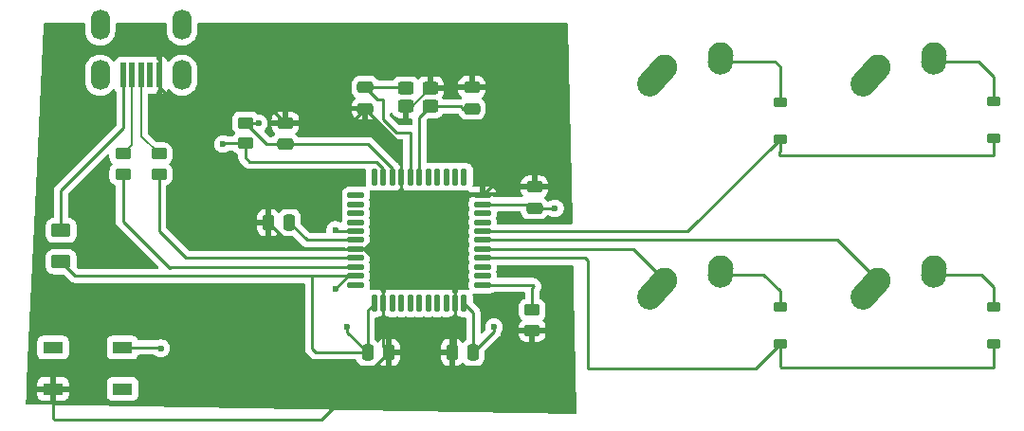
<source format=gbl>
%TF.GenerationSoftware,KiCad,Pcbnew,9.0.2*%
%TF.CreationDate,2025-06-13T00:24:49+05:30*%
%TF.ProjectId,KeebPcb,4b656562-5063-4622-9e6b-696361645f70,rev?*%
%TF.SameCoordinates,Original*%
%TF.FileFunction,Copper,L2,Bot*%
%TF.FilePolarity,Positive*%
%FSLAX46Y46*%
G04 Gerber Fmt 4.6, Leading zero omitted, Abs format (unit mm)*
G04 Created by KiCad (PCBNEW 9.0.2) date 2025-06-13 00:24:49*
%MOMM*%
%LPD*%
G01*
G04 APERTURE LIST*
G04 Aperture macros list*
%AMRoundRect*
0 Rectangle with rounded corners*
0 $1 Rounding radius*
0 $2 $3 $4 $5 $6 $7 $8 $9 X,Y pos of 4 corners*
0 Add a 4 corners polygon primitive as box body*
4,1,4,$2,$3,$4,$5,$6,$7,$8,$9,$2,$3,0*
0 Add four circle primitives for the rounded corners*
1,1,$1+$1,$2,$3*
1,1,$1+$1,$4,$5*
1,1,$1+$1,$6,$7*
1,1,$1+$1,$8,$9*
0 Add four rect primitives between the rounded corners*
20,1,$1+$1,$2,$3,$4,$5,0*
20,1,$1+$1,$4,$5,$6,$7,0*
20,1,$1+$1,$6,$7,$8,$9,0*
20,1,$1+$1,$8,$9,$2,$3,0*%
%AMHorizOval*
0 Thick line with rounded ends*
0 $1 width*
0 $2 $3 position (X,Y) of the first rounded end (center of the circle)*
0 $4 $5 position (X,Y) of the second rounded end (center of the circle)*
0 Add line between two ends*
20,1,$1,$2,$3,$4,$5,0*
0 Add two circle primitives to create the rounded ends*
1,1,$1,$2,$3*
1,1,$1,$4,$5*%
G04 Aperture macros list end*
%TA.AperFunction,ComponentPad*%
%ADD10HorizOval,2.250000X0.655001X0.730000X-0.655001X-0.730000X0*%
%TD*%
%TA.AperFunction,ComponentPad*%
%ADD11C,2.250000*%
%TD*%
%TA.AperFunction,ComponentPad*%
%ADD12HorizOval,2.250000X0.020000X0.290000X-0.020000X-0.290000X0*%
%TD*%
%TA.AperFunction,SMDPad,CuDef*%
%ADD13RoundRect,0.250000X-0.450000X0.262500X-0.450000X-0.262500X0.450000X-0.262500X0.450000X0.262500X0*%
%TD*%
%TA.AperFunction,SMDPad,CuDef*%
%ADD14RoundRect,0.225000X0.375000X-0.225000X0.375000X0.225000X-0.375000X0.225000X-0.375000X-0.225000X0*%
%TD*%
%TA.AperFunction,SMDPad,CuDef*%
%ADD15RoundRect,0.250000X-0.625000X0.375000X-0.625000X-0.375000X0.625000X-0.375000X0.625000X0.375000X0*%
%TD*%
%TA.AperFunction,SMDPad,CuDef*%
%ADD16RoundRect,0.250000X-0.475000X0.250000X-0.475000X-0.250000X0.475000X-0.250000X0.475000X0.250000X0*%
%TD*%
%TA.AperFunction,SMDPad,CuDef*%
%ADD17R,1.800000X1.100000*%
%TD*%
%TA.AperFunction,SMDPad,CuDef*%
%ADD18RoundRect,0.137500X-0.600000X-0.137500X0.600000X-0.137500X0.600000X0.137500X-0.600000X0.137500X0*%
%TD*%
%TA.AperFunction,SMDPad,CuDef*%
%ADD19RoundRect,0.137500X-0.137500X-0.600000X0.137500X-0.600000X0.137500X0.600000X-0.137500X0.600000X0*%
%TD*%
%TA.AperFunction,SMDPad,CuDef*%
%ADD20RoundRect,0.250000X0.475000X-0.250000X0.475000X0.250000X-0.475000X0.250000X-0.475000X-0.250000X0*%
%TD*%
%TA.AperFunction,SMDPad,CuDef*%
%ADD21RoundRect,0.250000X0.250000X0.475000X-0.250000X0.475000X-0.250000X-0.475000X0.250000X-0.475000X0*%
%TD*%
%TA.AperFunction,SMDPad,CuDef*%
%ADD22RoundRect,0.250000X0.450000X0.325000X-0.450000X0.325000X-0.450000X-0.325000X0.450000X-0.325000X0*%
%TD*%
%TA.AperFunction,SMDPad,CuDef*%
%ADD23R,0.500000X2.250000*%
%TD*%
%TA.AperFunction,ComponentPad*%
%ADD24O,1.700000X2.700000*%
%TD*%
%TA.AperFunction,SMDPad,CuDef*%
%ADD25RoundRect,0.250000X-0.250000X-0.475000X0.250000X-0.475000X0.250000X0.475000X-0.250000X0.475000X0*%
%TD*%
%TA.AperFunction,ViaPad*%
%ADD26C,0.600000*%
%TD*%
%TA.AperFunction,Conductor*%
%ADD27C,0.254000*%
%TD*%
%TA.AperFunction,Conductor*%
%ADD28C,0.203200*%
%TD*%
%TA.AperFunction,Conductor*%
%ADD29C,0.200000*%
%TD*%
G04 APERTURE END LIST*
D10*
%TO.P,MX1,1,COL*%
%TO.N,/COL0*%
X126218101Y-85655900D03*
D11*
X126873100Y-84925900D03*
D12*
%TO.P,MX1,2,ROW*%
%TO.N,Net-(D1-A)*%
X131893100Y-84135900D03*
D11*
X131913100Y-83845900D03*
%TD*%
D10*
%TO.P,MX3,1,COL*%
%TO.N,/COL0*%
X126218101Y-104704700D03*
D11*
X126873100Y-103974700D03*
D12*
%TO.P,MX3,2,ROW*%
%TO.N,Net-(D3-A)*%
X131893100Y-103184700D03*
D11*
X131913100Y-102894700D03*
%TD*%
D10*
%TO.P,MX2,1,COL*%
%TO.N,/COL1*%
X145266901Y-85655900D03*
D11*
X145921900Y-84925900D03*
D12*
%TO.P,MX2,2,ROW*%
%TO.N,Net-(D2-A)*%
X150941900Y-84135900D03*
D11*
X150961900Y-83845900D03*
%TD*%
D10*
%TO.P,MX4,1,COL*%
%TO.N,/COL1*%
X145266901Y-104704700D03*
D11*
X145921900Y-103974700D03*
D12*
%TO.P,MX4,2,ROW*%
%TO.N,Net-(D4-A)*%
X150941900Y-103184700D03*
D11*
X150961900Y-102894700D03*
%TD*%
D13*
%TO.P,R3,1*%
%TO.N,/D-*%
X78518000Y-92656800D03*
%TO.P,R3,2*%
%TO.N,Net-(U1-D-)*%
X78518000Y-94481800D03*
%TD*%
D14*
%TO.P,D2,1,K*%
%TO.N,/ROW0*%
X156240000Y-91275500D03*
%TO.P,D2,2,A*%
%TO.N,Net-(D2-A)*%
X156240000Y-87975500D03*
%TD*%
D13*
%TO.P,R2,1*%
%TO.N,/D+*%
X81735700Y-92656800D03*
%TO.P,R2,2*%
%TO.N,Net-(U1-D+)*%
X81735700Y-94481800D03*
%TD*%
%TO.P,R1,1*%
%TO.N,Net-(U1-~{HWB}{slash}PE2)*%
X115071100Y-106625600D03*
%TO.P,R1,2*%
%TO.N,GND*%
X115071100Y-108450600D03*
%TD*%
D15*
%TO.P,F1,1*%
%TO.N,VCC*%
X73005000Y-99500000D03*
%TO.P,F1,2*%
%TO.N,+5V*%
X73005000Y-102300000D03*
%TD*%
D16*
%TO.P,C6,1*%
%TO.N,GND*%
X109689500Y-86708100D03*
%TO.P,C6,2*%
%TO.N,Net-(U1-XTAL1)*%
X109689500Y-88608100D03*
%TD*%
D17*
%TO.P,SW1,1,1*%
%TO.N,GND*%
X72286100Y-113674400D03*
%TO.P,SW1,2,2*%
%TO.N,Net-(U1-~{RESET})*%
X78486100Y-109974400D03*
%TO.P,SW1,3*%
%TO.N,N/C*%
X72286100Y-109974400D03*
%TO.P,SW1,4*%
X78486100Y-113674400D03*
%TD*%
D14*
%TO.P,D4,1,K*%
%TO.N,/ROW1*%
X156240000Y-109655800D03*
%TO.P,D4,2,A*%
%TO.N,Net-(D4-A)*%
X156240000Y-106355800D03*
%TD*%
D18*
%TO.P,U1,1,PE6*%
%TO.N,unconnected-(U1-PE6-Pad1)*%
X99325200Y-104369700D03*
%TO.P,U1,2,UVCC*%
%TO.N,+5V*%
X99325200Y-103569700D03*
%TO.P,U1,3,D-*%
%TO.N,Net-(U1-D-)*%
X99325200Y-102769700D03*
%TO.P,U1,4,D+*%
%TO.N,Net-(U1-D+)*%
X99325200Y-101969700D03*
%TO.P,U1,5,UGND*%
%TO.N,GND*%
X99325200Y-101169700D03*
%TO.P,U1,6,UCAP*%
%TO.N,Net-(U1-UCAP)*%
X99325200Y-100369700D03*
%TO.P,U1,7,VBUS*%
%TO.N,+5V*%
X99325200Y-99569700D03*
%TO.P,U1,8,PB0*%
%TO.N,unconnected-(U1-PB0-Pad8)*%
X99325200Y-98769700D03*
%TO.P,U1,9,PB1*%
%TO.N,unconnected-(U1-PB1-Pad9)*%
X99325200Y-97969700D03*
%TO.P,U1,10,PB2*%
%TO.N,unconnected-(U1-PB2-Pad10)*%
X99325200Y-97169700D03*
%TO.P,U1,11,PB3*%
%TO.N,unconnected-(U1-PB3-Pad11)*%
X99325200Y-96369700D03*
D19*
%TO.P,U1,12,PB7*%
%TO.N,unconnected-(U1-PB7-Pad12)*%
X100987700Y-94707200D03*
%TO.P,U1,13,~{RESET}*%
%TO.N,Net-(U1-~{RESET})*%
X101787700Y-94707200D03*
%TO.P,U1,14,VCC*%
%TO.N,+5V*%
X102587700Y-94707200D03*
%TO.P,U1,15,GND*%
%TO.N,GND*%
X103387700Y-94707200D03*
%TO.P,U1,16,XTAL2*%
%TO.N,Net-(U1-XTAL2)*%
X104187700Y-94707200D03*
%TO.P,U1,17,XTAL1*%
%TO.N,Net-(U1-XTAL1)*%
X104987700Y-94707200D03*
%TO.P,U1,18,PD0*%
%TO.N,unconnected-(U1-PD0-Pad18)*%
X105787700Y-94707200D03*
%TO.P,U1,19,PD1*%
%TO.N,unconnected-(U1-PD1-Pad19)*%
X106587700Y-94707200D03*
%TO.P,U1,20,PD2*%
%TO.N,unconnected-(U1-PD2-Pad20)*%
X107387700Y-94707200D03*
%TO.P,U1,21,PD3*%
%TO.N,unconnected-(U1-PD3-Pad21)*%
X108187700Y-94707200D03*
%TO.P,U1,22,PD5*%
%TO.N,unconnected-(U1-PD5-Pad22)*%
X108987700Y-94707200D03*
D18*
%TO.P,U1,23,GND*%
%TO.N,GND*%
X110650200Y-96369700D03*
%TO.P,U1,24,AVCC*%
%TO.N,+5V*%
X110650200Y-97169700D03*
%TO.P,U1,25,PD4*%
%TO.N,unconnected-(U1-PD4-Pad25)*%
X110650200Y-97969700D03*
%TO.P,U1,26,PD6*%
%TO.N,unconnected-(U1-PD6-Pad26)*%
X110650200Y-98769700D03*
%TO.P,U1,27,PD7*%
%TO.N,/ROW0*%
X110650200Y-99569700D03*
%TO.P,U1,28,PB4*%
%TO.N,/COL1*%
X110650200Y-100369700D03*
%TO.P,U1,29,PB5*%
%TO.N,/COL0*%
X110650200Y-101169700D03*
%TO.P,U1,30,PB6*%
%TO.N,/ROW1*%
X110650200Y-101969700D03*
%TO.P,U1,31,PC6*%
%TO.N,unconnected-(U1-PC6-Pad31)*%
X110650200Y-102769700D03*
%TO.P,U1,32,PC7*%
%TO.N,unconnected-(U1-PC7-Pad32)*%
X110650200Y-103569700D03*
%TO.P,U1,33,~{HWB}/PE2*%
%TO.N,Net-(U1-~{HWB}{slash}PE2)*%
X110650200Y-104369700D03*
D19*
%TO.P,U1,34,VCC*%
%TO.N,+5V*%
X108987700Y-106032200D03*
%TO.P,U1,35,GND*%
%TO.N,GND*%
X108187700Y-106032200D03*
%TO.P,U1,36,PF7*%
%TO.N,unconnected-(U1-PF7-Pad36)*%
X107387700Y-106032200D03*
%TO.P,U1,37,PF6*%
%TO.N,unconnected-(U1-PF6-Pad37)*%
X106587700Y-106032200D03*
%TO.P,U1,38,PF5*%
%TO.N,unconnected-(U1-PF5-Pad38)*%
X105787700Y-106032200D03*
%TO.P,U1,39,PF4*%
%TO.N,unconnected-(U1-PF4-Pad39)*%
X104987700Y-106032200D03*
%TO.P,U1,40,PF1*%
%TO.N,unconnected-(U1-PF1-Pad40)*%
X104187700Y-106032200D03*
%TO.P,U1,41,PF0*%
%TO.N,unconnected-(U1-PF0-Pad41)*%
X103387700Y-106032200D03*
%TO.P,U1,42,AREF*%
%TO.N,unconnected-(U1-AREF-Pad42)*%
X102587700Y-106032200D03*
%TO.P,U1,43,GND*%
%TO.N,GND*%
X101787700Y-106032200D03*
%TO.P,U1,44,AVCC*%
%TO.N,+5V*%
X100987700Y-106032200D03*
%TD*%
D13*
%TO.P,R4,1*%
%TO.N,+5V*%
X89465800Y-89877900D03*
%TO.P,R4,2*%
%TO.N,Net-(U1-~{RESET})*%
X89465800Y-91702900D03*
%TD*%
D20*
%TO.P,C3,1*%
%TO.N,+5V*%
X115274700Y-97509700D03*
%TO.P,C3,2*%
%TO.N,GND*%
X115274700Y-95609700D03*
%TD*%
%TO.P,C7,1*%
%TO.N,GND*%
X100165100Y-88608100D03*
%TO.P,C7,2*%
%TO.N,Net-(U1-XTAL2)*%
X100165100Y-86708100D03*
%TD*%
D14*
%TO.P,D3,1,K*%
%TO.N,/ROW1*%
X137191200Y-109655800D03*
%TO.P,D3,2,A*%
%TO.N,Net-(D3-A)*%
X137191200Y-106355800D03*
%TD*%
D21*
%TO.P,C1,1*%
%TO.N,Net-(U1-UCAP)*%
X93406000Y-98806000D03*
%TO.P,C1,2*%
%TO.N,GND*%
X91506000Y-98806000D03*
%TD*%
D14*
%TO.P,D1,1,K*%
%TO.N,/ROW0*%
X137191200Y-91338100D03*
%TO.P,D1,2,A*%
%TO.N,Net-(D1-A)*%
X137191200Y-88038100D03*
%TD*%
D20*
%TO.P,C2,1*%
%TO.N,+5V*%
X93021800Y-91782900D03*
%TO.P,C2,2*%
%TO.N,GND*%
X93021800Y-89882900D03*
%TD*%
D22*
%TO.P,Y1,1,1*%
%TO.N,Net-(U1-XTAL1)*%
X105960700Y-88403700D03*
%TO.P,Y1,2,2*%
%TO.N,GND*%
X103760700Y-88403700D03*
%TO.P,Y1,3,3*%
%TO.N,Net-(U1-XTAL2)*%
X103760700Y-86803700D03*
%TO.P,Y1,4,4*%
%TO.N,GND*%
X105960700Y-86803700D03*
%TD*%
D23*
%TO.P,USB1,1,GND*%
%TO.N,GND*%
X81748300Y-85632300D03*
%TO.P,USB1,2,ID*%
%TO.N,unconnected-(USB1-ID-Pad2)*%
X80948300Y-85632300D03*
%TO.P,USB1,3,D+*%
%TO.N,/D+*%
X80148300Y-85632300D03*
%TO.P,USB1,4,D-*%
%TO.N,/D-*%
X79348300Y-85632300D03*
%TO.P,USB1,5,VBUS*%
%TO.N,VCC*%
X78548300Y-85632300D03*
D24*
%TO.P,USB1,6,SHIELD*%
%TO.N,unconnected-(USB1-SHIELD-Pad6)*%
X83798300Y-81132300D03*
X76498300Y-81132300D03*
X83798300Y-85632300D03*
X76498300Y-85632300D03*
%TD*%
D25*
%TO.P,C5,1*%
%TO.N,+5V*%
X100354700Y-110402700D03*
%TO.P,C5,2*%
%TO.N,GND*%
X102254700Y-110402700D03*
%TD*%
D21*
%TO.P,C4,1*%
%TO.N,+5V*%
X109808700Y-110402700D03*
%TO.P,C4,2*%
%TO.N,GND*%
X107908700Y-110402700D03*
%TD*%
D26*
%TO.N,+5V*%
X97485200Y-99466400D03*
X117094000Y-97536000D03*
X97485200Y-104698800D03*
X90627200Y-89916000D03*
X98552000Y-108153200D03*
X111658400Y-108153200D03*
%TO.N,Net-(U1-~{RESET})*%
X81910000Y-110038000D03*
X87465900Y-91782900D03*
%TD*%
D27*
%TO.N,GND*%
X110650200Y-96369700D02*
X108736900Y-96369700D01*
X108187700Y-106032200D02*
X108187700Y-96918900D01*
X108187700Y-96918900D02*
X108736900Y-96369700D01*
X99325200Y-101169700D02*
X100062699Y-101169700D01*
X100062699Y-101169700D02*
X101787700Y-102894701D01*
X101787700Y-102894701D02*
X101787700Y-106032200D01*
X103387700Y-94707200D02*
X103387700Y-96037700D01*
X108736900Y-96369700D02*
X103719700Y-96369700D01*
X103719700Y-96369700D02*
X103387700Y-96037700D01*
X103387700Y-96037700D02*
X103387700Y-97844699D01*
X103387700Y-97844699D02*
X100062699Y-101169700D01*
%TO.N,Net-(U1-UCAP)*%
X93406000Y-98806000D02*
X94969700Y-100369700D01*
X94969700Y-100369700D02*
X99325200Y-100369700D01*
%TO.N,GND*%
X81748300Y-86675900D02*
X83362800Y-88290400D01*
X108187700Y-110123700D02*
X108187700Y-106032200D01*
X107908700Y-113019400D02*
X107923514Y-113004586D01*
X102254700Y-110402700D02*
X107908700Y-110402700D01*
X93021800Y-89882900D02*
X98890300Y-89882900D01*
X107908700Y-110402700D02*
X108187700Y-110123700D01*
X111410200Y-95609700D02*
X110650200Y-96369700D01*
X98577700Y-85433300D02*
X105721000Y-85433300D01*
X115037186Y-113004586D02*
X115071100Y-113038500D01*
X72286100Y-116288100D02*
X72385600Y-116387600D01*
X109689500Y-86708100D02*
X106056300Y-86708100D01*
X100165100Y-88608100D02*
X103387700Y-91830700D01*
X72385600Y-116387600D02*
X96269800Y-116387600D01*
X105960700Y-85673000D02*
X105960700Y-86803700D01*
X107908700Y-110402700D02*
X107908700Y-113019400D01*
X81748300Y-85632300D02*
X81748300Y-86675900D01*
D28*
X105960700Y-86803700D02*
X104360700Y-88403700D01*
D27*
X72286100Y-113674400D02*
X72286100Y-116288100D01*
X115071100Y-113038500D02*
X115071100Y-108450600D01*
X106056300Y-86708100D02*
X105960700Y-86803700D01*
X115274700Y-95609700D02*
X111410200Y-95609700D01*
X93869700Y-101169700D02*
X99325200Y-101169700D01*
X96269800Y-116387600D02*
X102254700Y-110402700D01*
X107923514Y-113004586D02*
X115037186Y-113004586D01*
X100165100Y-88608100D02*
X98577700Y-88608100D01*
X104360700Y-88403700D02*
X103760700Y-88403700D01*
X102254700Y-110402700D02*
X101787700Y-109935700D01*
X91506000Y-98806000D02*
X93869700Y-101169700D01*
X91429300Y-88290400D02*
X93021800Y-89882900D01*
X105721000Y-85433300D02*
X105960700Y-85673000D01*
X98890300Y-89882900D02*
X100165100Y-88608100D01*
X103387700Y-91830700D02*
X103387700Y-94707200D01*
X101787700Y-109935700D02*
X101787700Y-106032200D01*
X83362800Y-88290400D02*
X91429300Y-88290400D01*
%TO.N,+5V*%
X100354700Y-110402700D02*
X100354700Y-110337600D01*
X102587700Y-93969701D02*
X102587700Y-94707200D01*
X100354700Y-110402700D02*
X100354700Y-106665200D01*
X109808700Y-110402700D02*
X111658400Y-108553000D01*
X115274700Y-97509700D02*
X114934700Y-97169700D01*
X96196600Y-103569700D02*
X99325200Y-103569700D01*
X115301000Y-97536000D02*
X115274700Y-97509700D01*
X98614300Y-103569700D02*
X97485200Y-104698800D01*
X100400899Y-91782900D02*
X102587700Y-93969701D01*
X117094000Y-97536000D02*
X115301000Y-97536000D01*
X89465800Y-89877900D02*
X90589100Y-89877900D01*
X95402900Y-103688400D02*
X95521600Y-103569700D01*
X95767600Y-110402700D02*
X95402900Y-110038000D01*
X109808700Y-110402700D02*
X109808700Y-106853200D01*
X114934700Y-97169700D02*
X110650200Y-97169700D01*
X99325200Y-103569700D02*
X98614300Y-103569700D01*
X109808700Y-106853200D02*
X108987700Y-106032200D01*
X111658400Y-108553000D02*
X111658400Y-108153200D01*
X93021800Y-91782900D02*
X100400899Y-91782900D01*
X95521600Y-103569700D02*
X96196600Y-103569700D01*
X97588500Y-99569700D02*
X97485200Y-99466400D01*
X74274700Y-103569700D02*
X96196600Y-103569700D01*
X93021800Y-91782900D02*
X91370800Y-91782900D01*
X95402900Y-110038000D02*
X95402900Y-103688400D01*
X100354700Y-110402700D02*
X98552000Y-108600000D01*
X73005000Y-102300000D02*
X74274700Y-103569700D01*
X99325200Y-99569700D02*
X97588500Y-99569700D01*
X90589100Y-89877900D02*
X90627200Y-89916000D01*
X91370800Y-91782900D02*
X89465800Y-89877900D01*
X100354700Y-110402700D02*
X100293500Y-110402700D01*
X98552000Y-108600000D02*
X98552000Y-108153200D01*
X100354700Y-106665200D02*
X100987700Y-106032200D01*
X100354700Y-110402700D02*
X95767600Y-110402700D01*
%TO.N,Net-(U1-XTAL1)*%
X104987700Y-89376700D02*
X104987700Y-94707200D01*
X108691400Y-88403700D02*
X105960700Y-88403700D01*
X109689500Y-88608100D02*
X108895800Y-88608100D01*
X108895800Y-88608100D02*
X108691400Y-88403700D01*
X105960700Y-88403700D02*
X104987700Y-89376700D01*
%TO.N,Net-(U1-XTAL2)*%
X102931168Y-90730700D02*
X104187700Y-90730700D01*
X100165100Y-86708100D02*
X101271400Y-87814400D01*
X104187700Y-90730700D02*
X104187700Y-94707200D01*
X101752500Y-89552032D02*
X102931168Y-90730700D01*
X101752500Y-87814400D02*
X101752500Y-89552032D01*
X103665100Y-86708100D02*
X103760700Y-86803700D01*
X100165100Y-86708100D02*
X103665100Y-86708100D01*
X101271400Y-87814400D02*
X101752500Y-87814400D01*
%TO.N,Net-(D1-A)*%
X137191200Y-88038100D02*
X137191200Y-84867200D01*
X137191200Y-84867200D02*
X136749900Y-84425900D01*
X136749900Y-84425900D02*
X131873100Y-84425900D01*
%TO.N,/ROW0*%
X137160000Y-92456000D02*
X137191200Y-92424800D01*
X137191200Y-92424800D02*
X137191200Y-91338100D01*
X156210000Y-92837000D02*
X137160000Y-92837000D01*
X137160000Y-92837000D02*
X137160000Y-92456000D01*
X156240000Y-91275500D02*
X156240000Y-92807000D01*
X128959600Y-99569700D02*
X137191200Y-91338100D01*
X156240000Y-92807000D02*
X156210000Y-92837000D01*
X110650200Y-99569700D02*
X128959600Y-99569700D01*
%TO.N,Net-(D2-A)*%
X154910900Y-84425900D02*
X150921900Y-84425900D01*
X156240000Y-85755000D02*
X154910900Y-84425900D01*
X156240000Y-87975500D02*
X156240000Y-85755000D01*
%TO.N,Net-(D3-A)*%
X135732700Y-103474700D02*
X131873100Y-103474700D01*
X137191200Y-106355800D02*
X137191200Y-104933200D01*
X137191200Y-104933200D02*
X135732700Y-103474700D01*
%TO.N,/ROW1*%
X135036200Y-111810800D02*
X137191200Y-109655800D01*
X120040400Y-111810800D02*
X135036200Y-111810800D01*
X156240000Y-111730000D02*
X156210000Y-111760000D01*
X120040400Y-102209600D02*
X120040400Y-111810800D01*
X156240000Y-109655800D02*
X156240000Y-111730000D01*
X110650200Y-101969700D02*
X119800500Y-101969700D01*
X119800500Y-101969700D02*
X120040400Y-102209600D01*
X137287000Y-111760000D02*
X137191200Y-111664200D01*
X137191200Y-111664200D02*
X137191200Y-109655800D01*
X156210000Y-111760000D02*
X137287000Y-111760000D01*
%TO.N,Net-(D4-A)*%
X156240000Y-104551000D02*
X155163700Y-103474700D01*
X156240000Y-106355800D02*
X156240000Y-104551000D01*
X155163700Y-103474700D02*
X150921900Y-103474700D01*
%TO.N,VCC*%
X73005000Y-99500000D02*
X73005000Y-95925700D01*
X78548300Y-90382400D02*
X78548300Y-85632300D01*
X73005000Y-95925700D02*
X78548300Y-90382400D01*
%TO.N,/COL0*%
X110650200Y-101169700D02*
X124068100Y-101169700D01*
X124068100Y-101169700D02*
X126873100Y-103974700D01*
%TO.N,/COL1*%
X110650200Y-100369700D02*
X142316900Y-100369700D01*
X142316900Y-100369700D02*
X145921900Y-103974700D01*
%TO.N,Net-(U1-~{HWB}{slash}PE2)*%
X110650200Y-104369700D02*
X115133000Y-104369700D01*
X115245400Y-104482100D02*
X115071100Y-104656400D01*
X115071100Y-104656400D02*
X115071100Y-106625600D01*
X115133000Y-104369700D02*
X115245400Y-104482100D01*
%TO.N,Net-(U1-D+)*%
X84159800Y-101969700D02*
X99325200Y-101969700D01*
X81735700Y-99545600D02*
X84159800Y-101969700D01*
X81735700Y-94481800D02*
X81735700Y-99545600D01*
D29*
%TO.N,/D+*%
X80148300Y-91069400D02*
X81735700Y-92656800D01*
X80148300Y-85632300D02*
X80148300Y-91069400D01*
%TO.N,/D-*%
X79348300Y-91826500D02*
X78518000Y-92656800D01*
X79348300Y-85632300D02*
X79348300Y-91826500D01*
D27*
%TO.N,Net-(U1-D-)*%
X78518000Y-98709000D02*
X82703700Y-102894700D01*
X82703700Y-102894700D02*
X82828700Y-102769700D01*
X78518000Y-94481800D02*
X78518000Y-98709000D01*
X82828700Y-102769700D02*
X99325200Y-102769700D01*
%TO.N,Net-(U1-~{RESET})*%
X101188299Y-93370300D02*
X101787700Y-93969701D01*
X89465800Y-92989100D02*
X89847000Y-93370300D01*
X101787700Y-93969701D02*
X101787700Y-94707200D01*
X89847000Y-93370300D02*
X101188299Y-93370300D01*
X81910000Y-110038000D02*
X81846400Y-109974400D01*
X89465800Y-91702900D02*
X87545900Y-91702900D01*
X87545900Y-91702900D02*
X87465900Y-91782900D01*
X81846400Y-109974400D02*
X78486100Y-109974400D01*
X89465800Y-91702900D02*
X89465800Y-92989100D01*
%TO.N,GND*%
X98577700Y-88608100D02*
X98577700Y-85433300D01*
%TD*%
%TA.AperFunction,Conductor*%
%TO.N,GND*%
G36*
X75090839Y-80977085D02*
G01*
X75136594Y-81029889D01*
X75147800Y-81081400D01*
X75147800Y-81738586D01*
X75181053Y-81948539D01*
X75246744Y-82150714D01*
X75343251Y-82340120D01*
X75468190Y-82512086D01*
X75618513Y-82662409D01*
X75790479Y-82787348D01*
X75790481Y-82787349D01*
X75790484Y-82787351D01*
X75979888Y-82883857D01*
X76182057Y-82949546D01*
X76392013Y-82982800D01*
X76392014Y-82982800D01*
X76604586Y-82982800D01*
X76604587Y-82982800D01*
X76814543Y-82949546D01*
X77016712Y-82883857D01*
X77206116Y-82787351D01*
X77228089Y-82771386D01*
X77378086Y-82662409D01*
X77378088Y-82662406D01*
X77378092Y-82662404D01*
X77528404Y-82512092D01*
X77528406Y-82512088D01*
X77528409Y-82512086D01*
X77653348Y-82340120D01*
X77653347Y-82340120D01*
X77653351Y-82340116D01*
X77749857Y-82150712D01*
X77815546Y-81948543D01*
X77848800Y-81738587D01*
X77848800Y-81081400D01*
X77868485Y-81014361D01*
X77921289Y-80968606D01*
X77972800Y-80957400D01*
X82323800Y-80957400D01*
X82390839Y-80977085D01*
X82436594Y-81029889D01*
X82447800Y-81081400D01*
X82447800Y-81738586D01*
X82481053Y-81948539D01*
X82546744Y-82150714D01*
X82643251Y-82340120D01*
X82768190Y-82512086D01*
X82918513Y-82662409D01*
X83090479Y-82787348D01*
X83090481Y-82787349D01*
X83090484Y-82787351D01*
X83279888Y-82883857D01*
X83482057Y-82949546D01*
X83692013Y-82982800D01*
X83692014Y-82982800D01*
X83904586Y-82982800D01*
X83904587Y-82982800D01*
X84114543Y-82949546D01*
X84316712Y-82883857D01*
X84506116Y-82787351D01*
X84528089Y-82771386D01*
X84678086Y-82662409D01*
X84678088Y-82662406D01*
X84678092Y-82662404D01*
X84828404Y-82512092D01*
X84828406Y-82512088D01*
X84828409Y-82512086D01*
X84953348Y-82340120D01*
X84953347Y-82340120D01*
X84953351Y-82340116D01*
X85049857Y-82150712D01*
X85115546Y-81948543D01*
X85148800Y-81738587D01*
X85148800Y-81081400D01*
X85168485Y-81014361D01*
X85221289Y-80968606D01*
X85272800Y-80957400D01*
X118140086Y-80957400D01*
X118207125Y-80977085D01*
X118252880Y-81029889D01*
X118264054Y-81078583D01*
X118667163Y-98815383D01*
X118649007Y-98882852D01*
X118597256Y-98929795D01*
X118543195Y-98942200D01*
X112012200Y-98942200D01*
X111945161Y-98922515D01*
X111899406Y-98869711D01*
X111888200Y-98818200D01*
X111888199Y-98567777D01*
X111888198Y-98567752D01*
X111885354Y-98531602D01*
X111860052Y-98444514D01*
X111848367Y-98404293D01*
X111848367Y-98335106D01*
X111885354Y-98207798D01*
X111888200Y-98171635D01*
X111888199Y-97921198D01*
X111907883Y-97854161D01*
X111960687Y-97808406D01*
X112012199Y-97797200D01*
X113935945Y-97797200D01*
X114002984Y-97816885D01*
X114048739Y-97869689D01*
X114059303Y-97908601D01*
X114059700Y-97912495D01*
X114059701Y-97912499D01*
X114092633Y-98011880D01*
X114114886Y-98079034D01*
X114206988Y-98228356D01*
X114331044Y-98352412D01*
X114480366Y-98444514D01*
X114646903Y-98499699D01*
X114749691Y-98510200D01*
X115799708Y-98510199D01*
X115799716Y-98510198D01*
X115799719Y-98510198D01*
X115856002Y-98504448D01*
X115902497Y-98499699D01*
X116069034Y-98444514D01*
X116218356Y-98352412D01*
X116342412Y-98228356D01*
X116346086Y-98222398D01*
X116353670Y-98215577D01*
X116357909Y-98206297D01*
X116379208Y-98192608D01*
X116398033Y-98175678D01*
X116409667Y-98173034D01*
X116416687Y-98168523D01*
X116451622Y-98163500D01*
X116554643Y-98163500D01*
X116621682Y-98183185D01*
X116623534Y-98184398D01*
X116714814Y-98245390D01*
X116714827Y-98245397D01*
X116840489Y-98297447D01*
X116860503Y-98305737D01*
X117008140Y-98335104D01*
X117015153Y-98336499D01*
X117015156Y-98336500D01*
X117015158Y-98336500D01*
X117172844Y-98336500D01*
X117172845Y-98336499D01*
X117327497Y-98305737D01*
X117473179Y-98245394D01*
X117604289Y-98157789D01*
X117715789Y-98046289D01*
X117803394Y-97915179D01*
X117863737Y-97769497D01*
X117894500Y-97614842D01*
X117894500Y-97457158D01*
X117894500Y-97457155D01*
X117894499Y-97457153D01*
X117884682Y-97407799D01*
X117863737Y-97302503D01*
X117863735Y-97302498D01*
X117803397Y-97156827D01*
X117803390Y-97156814D01*
X117715789Y-97025711D01*
X117715786Y-97025707D01*
X117604292Y-96914213D01*
X117604288Y-96914210D01*
X117473185Y-96826609D01*
X117473172Y-96826602D01*
X117327501Y-96766264D01*
X117327489Y-96766261D01*
X117172845Y-96735500D01*
X117172842Y-96735500D01*
X117015158Y-96735500D01*
X117015155Y-96735500D01*
X116860510Y-96766261D01*
X116860498Y-96766264D01*
X116714827Y-96826602D01*
X116714814Y-96826609D01*
X116623534Y-96887602D01*
X116605487Y-96893252D01*
X116589578Y-96903477D01*
X116558618Y-96907928D01*
X116556857Y-96908480D01*
X116554643Y-96908500D01*
X116484066Y-96908500D01*
X116417027Y-96888815D01*
X116378527Y-96849596D01*
X116342412Y-96791044D01*
X116218357Y-96666989D01*
X116218356Y-96666988D01*
X116215042Y-96664943D01*
X116213246Y-96662948D01*
X116212689Y-96662507D01*
X116212764Y-96662411D01*
X116168318Y-96612997D01*
X116157097Y-96544034D01*
X116184940Y-96479952D01*
X116215048Y-96453865D01*
X116218042Y-96452018D01*
X116342015Y-96328045D01*
X116434056Y-96178824D01*
X116434058Y-96178819D01*
X116489205Y-96012397D01*
X116489206Y-96012390D01*
X116499699Y-95909686D01*
X116499700Y-95909673D01*
X116499700Y-95859700D01*
X114049701Y-95859700D01*
X114049701Y-95909686D01*
X114060194Y-96012397D01*
X114115341Y-96178819D01*
X114115343Y-96178824D01*
X114207384Y-96328045D01*
X114209858Y-96330519D01*
X114211013Y-96332635D01*
X114211861Y-96333707D01*
X114211677Y-96333851D01*
X114243343Y-96391842D01*
X114238359Y-96461534D01*
X114196487Y-96517467D01*
X114131023Y-96541884D01*
X114122177Y-96542200D01*
X111708915Y-96542200D01*
X111645795Y-96524932D01*
X111505596Y-96442020D01*
X111505589Y-96442017D01*
X111350802Y-96397046D01*
X111350796Y-96397045D01*
X111314642Y-96394200D01*
X109985777Y-96394200D01*
X109985752Y-96394201D01*
X109949601Y-96397046D01*
X109794810Y-96442017D01*
X109794803Y-96442020D01*
X109656063Y-96524069D01*
X109656055Y-96524075D01*
X109638247Y-96541884D01*
X109596748Y-96583382D01*
X109535428Y-96616866D01*
X109509069Y-96619700D01*
X109419025Y-96619700D01*
X109452293Y-96734210D01*
X109452292Y-96803399D01*
X109415046Y-96931597D01*
X109415045Y-96931603D01*
X109412200Y-96967757D01*
X109412200Y-97371622D01*
X109412201Y-97371647D01*
X109415046Y-97407798D01*
X109452032Y-97535104D01*
X109452032Y-97604294D01*
X109415046Y-97731597D01*
X109415045Y-97731603D01*
X109412200Y-97767757D01*
X109412200Y-98171622D01*
X109412201Y-98171647D01*
X109415046Y-98207798D01*
X109452032Y-98335104D01*
X109452032Y-98404294D01*
X109415046Y-98531597D01*
X109415045Y-98531603D01*
X109412200Y-98567757D01*
X109412200Y-98971622D01*
X109412201Y-98971631D01*
X109415046Y-99007798D01*
X109452032Y-99135104D01*
X109452032Y-99204294D01*
X109415046Y-99331597D01*
X109415045Y-99331603D01*
X109412200Y-99367757D01*
X109412200Y-99771622D01*
X109412201Y-99771647D01*
X109415046Y-99807798D01*
X109452032Y-99935104D01*
X109452032Y-100004294D01*
X109415046Y-100131597D01*
X109415045Y-100131603D01*
X109412200Y-100167757D01*
X109412200Y-100571622D01*
X109412201Y-100571647D01*
X109415046Y-100607798D01*
X109452032Y-100735104D01*
X109452032Y-100804294D01*
X109415046Y-100931597D01*
X109415045Y-100931603D01*
X109412200Y-100967757D01*
X109412200Y-101371622D01*
X109412201Y-101371647D01*
X109415046Y-101407798D01*
X109452032Y-101535104D01*
X109452032Y-101604294D01*
X109415046Y-101731597D01*
X109415045Y-101731603D01*
X109412200Y-101767757D01*
X109412200Y-102171622D01*
X109412201Y-102171647D01*
X109415046Y-102207798D01*
X109452032Y-102335104D01*
X109452032Y-102404294D01*
X109415046Y-102531597D01*
X109415045Y-102531603D01*
X109412200Y-102567757D01*
X109412200Y-102971622D01*
X109412201Y-102971647D01*
X109415046Y-103007798D01*
X109452032Y-103135104D01*
X109452032Y-103204294D01*
X109415046Y-103331597D01*
X109415045Y-103331603D01*
X109412200Y-103367757D01*
X109412200Y-103771622D01*
X109412201Y-103771647D01*
X109415046Y-103807798D01*
X109452032Y-103935104D01*
X109452032Y-104004294D01*
X109415046Y-104131597D01*
X109415045Y-104131603D01*
X109412200Y-104167757D01*
X109412200Y-104571622D01*
X109412201Y-104571647D01*
X109415045Y-104607795D01*
X109429615Y-104657944D01*
X109429415Y-104727813D01*
X109391472Y-104786483D01*
X109327834Y-104815326D01*
X109275943Y-104811614D01*
X109225802Y-104797046D01*
X109225796Y-104797045D01*
X109189635Y-104794200D01*
X108785777Y-104794200D01*
X108785752Y-104794201D01*
X108749601Y-104797046D01*
X108621400Y-104834292D01*
X108552210Y-104834292D01*
X108437701Y-104801023D01*
X108437700Y-104801024D01*
X108437700Y-104891068D01*
X108431270Y-104912962D01*
X108429387Y-104935706D01*
X108420649Y-104949134D01*
X108418015Y-104958107D01*
X108412125Y-104966491D01*
X108407157Y-104972973D01*
X108342074Y-105038057D01*
X108290645Y-105125018D01*
X108286125Y-105130918D01*
X108263679Y-105147329D01*
X108243363Y-105166299D01*
X108235872Y-105167661D01*
X108229724Y-105172157D01*
X108201970Y-105173828D01*
X108174622Y-105178803D01*
X108167582Y-105175899D01*
X108159980Y-105176357D01*
X108135731Y-105162759D01*
X108110032Y-105152158D01*
X108103612Y-105144748D01*
X108099038Y-105142184D01*
X108095306Y-105135163D01*
X108080968Y-105118616D01*
X108056939Y-105077985D01*
X108033326Y-105038057D01*
X108033324Y-105038055D01*
X108033321Y-105038051D01*
X107974019Y-104978749D01*
X107940534Y-104917426D01*
X107937700Y-104891068D01*
X107937700Y-104801024D01*
X107937698Y-104801023D01*
X107823189Y-104834292D01*
X107753999Y-104834292D01*
X107625802Y-104797046D01*
X107625796Y-104797045D01*
X107589635Y-104794200D01*
X107185777Y-104794200D01*
X107185752Y-104794201D01*
X107149601Y-104797046D01*
X107022295Y-104834032D01*
X106953105Y-104834032D01*
X106825802Y-104797046D01*
X106825796Y-104797045D01*
X106789635Y-104794200D01*
X106385777Y-104794200D01*
X106385752Y-104794201D01*
X106349601Y-104797046D01*
X106222295Y-104834032D01*
X106153105Y-104834032D01*
X106025802Y-104797046D01*
X106025796Y-104797045D01*
X105989635Y-104794200D01*
X105585777Y-104794200D01*
X105585752Y-104794201D01*
X105549601Y-104797046D01*
X105422295Y-104834032D01*
X105353105Y-104834032D01*
X105225802Y-104797046D01*
X105225796Y-104797045D01*
X105189635Y-104794200D01*
X104785777Y-104794200D01*
X104785752Y-104794201D01*
X104749601Y-104797046D01*
X104622295Y-104834032D01*
X104553105Y-104834032D01*
X104425802Y-104797046D01*
X104425796Y-104797045D01*
X104389635Y-104794200D01*
X103985777Y-104794200D01*
X103985752Y-104794201D01*
X103949601Y-104797046D01*
X103822295Y-104834032D01*
X103753105Y-104834032D01*
X103625802Y-104797046D01*
X103625796Y-104797045D01*
X103589635Y-104794200D01*
X103185777Y-104794200D01*
X103185752Y-104794201D01*
X103149601Y-104797046D01*
X103022295Y-104834032D01*
X102953105Y-104834032D01*
X102825802Y-104797046D01*
X102825796Y-104797045D01*
X102789635Y-104794200D01*
X102385777Y-104794200D01*
X102385752Y-104794201D01*
X102349601Y-104797046D01*
X102221400Y-104834292D01*
X102152210Y-104834292D01*
X102037701Y-104801023D01*
X102037700Y-104801024D01*
X102037700Y-104891068D01*
X102031270Y-104912962D01*
X102029387Y-104935706D01*
X102020649Y-104949134D01*
X102018015Y-104958107D01*
X102012125Y-104966491D01*
X102007157Y-104972973D01*
X101942074Y-105038057D01*
X101890645Y-105125018D01*
X101886125Y-105130918D01*
X101863679Y-105147329D01*
X101843363Y-105166299D01*
X101835872Y-105167661D01*
X101829724Y-105172157D01*
X101801970Y-105173828D01*
X101774622Y-105178803D01*
X101767582Y-105175899D01*
X101759980Y-105176357D01*
X101735731Y-105162759D01*
X101710032Y-105152158D01*
X101703612Y-105144748D01*
X101699038Y-105142184D01*
X101695306Y-105135163D01*
X101680968Y-105118616D01*
X101656939Y-105077985D01*
X101633326Y-105038057D01*
X101633324Y-105038055D01*
X101633321Y-105038051D01*
X101574019Y-104978749D01*
X101540534Y-104917426D01*
X101537700Y-104891068D01*
X101537700Y-104801024D01*
X101537698Y-104801023D01*
X101423189Y-104834292D01*
X101353999Y-104834292D01*
X101225802Y-104797046D01*
X101225796Y-104797045D01*
X101189635Y-104794200D01*
X100785777Y-104794200D01*
X100785752Y-104794201D01*
X100749604Y-104797045D01*
X100699455Y-104811615D01*
X100629585Y-104811415D01*
X100570916Y-104773472D01*
X100542073Y-104709833D01*
X100545785Y-104657944D01*
X100560354Y-104607798D01*
X100563200Y-104571635D01*
X100563199Y-104167766D01*
X100560354Y-104131602D01*
X100523367Y-104004293D01*
X100523367Y-103935106D01*
X100560354Y-103807798D01*
X100563200Y-103771635D01*
X100563199Y-103367766D01*
X100562573Y-103359814D01*
X100560354Y-103331602D01*
X100541791Y-103267710D01*
X100523367Y-103204293D01*
X100523367Y-103135106D01*
X100560354Y-103007798D01*
X100563200Y-102971635D01*
X100563199Y-102567766D01*
X100560354Y-102531602D01*
X100523367Y-102404293D01*
X100523367Y-102335106D01*
X100560354Y-102207798D01*
X100563200Y-102171635D01*
X100563199Y-101767766D01*
X100560354Y-101731602D01*
X100523107Y-101603398D01*
X100523107Y-101534208D01*
X100556374Y-101419700D01*
X100466331Y-101419700D01*
X100444436Y-101413270D01*
X100421693Y-101411387D01*
X100408263Y-101402649D01*
X100399292Y-101400015D01*
X100390908Y-101394125D01*
X100384429Y-101389160D01*
X100319343Y-101324074D01*
X100232376Y-101272642D01*
X100226481Y-101268125D01*
X100210071Y-101245681D01*
X100191100Y-101225364D01*
X100189737Y-101217871D01*
X100185242Y-101211724D01*
X100183570Y-101183970D01*
X100178596Y-101156622D01*
X100181499Y-101149582D01*
X100181042Y-101141980D01*
X100194640Y-101117729D01*
X100205241Y-101092033D01*
X100212649Y-101085613D01*
X100215215Y-101081038D01*
X100222236Y-101077305D01*
X100238780Y-101062969D01*
X100319343Y-101015326D01*
X100378651Y-100956017D01*
X100439972Y-100922534D01*
X100466331Y-100919700D01*
X100556375Y-100919700D01*
X100556374Y-100919699D01*
X100523107Y-100805190D01*
X100523107Y-100736001D01*
X100560354Y-100607798D01*
X100563200Y-100571635D01*
X100563199Y-100167766D01*
X100560354Y-100131602D01*
X100523367Y-100004293D01*
X100523367Y-99935106D01*
X100560354Y-99807798D01*
X100563200Y-99771635D01*
X100563199Y-99367766D01*
X100560354Y-99331602D01*
X100523367Y-99204293D01*
X100523367Y-99135106D01*
X100560354Y-99007798D01*
X100563200Y-98971635D01*
X100563199Y-98567766D01*
X100560354Y-98531602D01*
X100523367Y-98404293D01*
X100523367Y-98335106D01*
X100560354Y-98207798D01*
X100563200Y-98171635D01*
X100563199Y-97767766D01*
X100560354Y-97731602D01*
X100523367Y-97604293D01*
X100523367Y-97535106D01*
X100560354Y-97407798D01*
X100563200Y-97371635D01*
X100563199Y-96967766D01*
X100560354Y-96931602D01*
X100523367Y-96804293D01*
X100523367Y-96735106D01*
X100560354Y-96607798D01*
X100563200Y-96571635D01*
X100563199Y-96167766D01*
X100560354Y-96131602D01*
X100545785Y-96081455D01*
X100545984Y-96011587D01*
X100583926Y-95952917D01*
X100647564Y-95924073D01*
X100699455Y-95927784D01*
X100749602Y-95942354D01*
X100785765Y-95945200D01*
X101189634Y-95945199D01*
X101225798Y-95942354D01*
X101353106Y-95905367D01*
X101422294Y-95905367D01*
X101549602Y-95942354D01*
X101585765Y-95945200D01*
X101989634Y-95945199D01*
X102025798Y-95942354D01*
X102153106Y-95905367D01*
X102222294Y-95905367D01*
X102349602Y-95942354D01*
X102385765Y-95945200D01*
X102789634Y-95945199D01*
X102825798Y-95942354D01*
X102954001Y-95905107D01*
X103023190Y-95905107D01*
X103137699Y-95938374D01*
X103137700Y-95938374D01*
X103137700Y-95848331D01*
X103144129Y-95826436D01*
X103146013Y-95803693D01*
X103154750Y-95790263D01*
X103157385Y-95781292D01*
X103163275Y-95772908D01*
X103168239Y-95766429D01*
X103233326Y-95701343D01*
X103284757Y-95614376D01*
X103289275Y-95608481D01*
X103311718Y-95592071D01*
X103332036Y-95573100D01*
X103339528Y-95571737D01*
X103345676Y-95567242D01*
X103373429Y-95565570D01*
X103400778Y-95560596D01*
X103407817Y-95563499D01*
X103415420Y-95563042D01*
X103439670Y-95576640D01*
X103465367Y-95587241D01*
X103471786Y-95594649D01*
X103476362Y-95597215D01*
X103480094Y-95604236D01*
X103494430Y-95620780D01*
X103542074Y-95701343D01*
X103601382Y-95760651D01*
X103634866Y-95821972D01*
X103637700Y-95848331D01*
X103637700Y-95938374D01*
X103752208Y-95905107D01*
X103821398Y-95905107D01*
X103949597Y-95942353D01*
X103949600Y-95942353D01*
X103949602Y-95942354D01*
X103985765Y-95945200D01*
X104389634Y-95945199D01*
X104425798Y-95942354D01*
X104553106Y-95905367D01*
X104622294Y-95905367D01*
X104749602Y-95942354D01*
X104785765Y-95945200D01*
X105189634Y-95945199D01*
X105225798Y-95942354D01*
X105353106Y-95905367D01*
X105422294Y-95905367D01*
X105549602Y-95942354D01*
X105585765Y-95945200D01*
X105989634Y-95945199D01*
X106025798Y-95942354D01*
X106153106Y-95905367D01*
X106222294Y-95905367D01*
X106349602Y-95942354D01*
X106385765Y-95945200D01*
X106789634Y-95945199D01*
X106825798Y-95942354D01*
X106953106Y-95905367D01*
X107022294Y-95905367D01*
X107149602Y-95942354D01*
X107185765Y-95945200D01*
X107589634Y-95945199D01*
X107625798Y-95942354D01*
X107753106Y-95905367D01*
X107822294Y-95905367D01*
X107949602Y-95942354D01*
X107985765Y-95945200D01*
X108389634Y-95945199D01*
X108425798Y-95942354D01*
X108553106Y-95905367D01*
X108622294Y-95905367D01*
X108749602Y-95942354D01*
X108785765Y-95945200D01*
X109189634Y-95945199D01*
X109225798Y-95942354D01*
X109276512Y-95927620D01*
X109346381Y-95927819D01*
X109405051Y-95965761D01*
X109433895Y-96029399D01*
X109430184Y-96081290D01*
X109419025Y-96119699D01*
X109419025Y-96119700D01*
X110400200Y-96119700D01*
X110900200Y-96119700D01*
X111881374Y-96119700D01*
X111839918Y-95977005D01*
X111839918Y-95977004D01*
X111757929Y-95838368D01*
X111757923Y-95838360D01*
X111644039Y-95724476D01*
X111644031Y-95724470D01*
X111505392Y-95642480D01*
X111505389Y-95642479D01*
X111350724Y-95597544D01*
X111350718Y-95597543D01*
X111314590Y-95594700D01*
X110900200Y-95594700D01*
X110900200Y-96119700D01*
X110400200Y-96119700D01*
X110400200Y-95594700D01*
X109985828Y-95594700D01*
X109985806Y-95594701D01*
X109949680Y-95597544D01*
X109899289Y-95612183D01*
X109829419Y-95611982D01*
X109770750Y-95574039D01*
X109741908Y-95510400D01*
X109741589Y-95478255D01*
X109742799Y-95468220D01*
X109760354Y-95407798D01*
X109763200Y-95371635D01*
X109763200Y-95309713D01*
X114049700Y-95309713D01*
X114049700Y-95359700D01*
X115024700Y-95359700D01*
X115524700Y-95359700D01*
X116499699Y-95359700D01*
X116499699Y-95309728D01*
X116499698Y-95309713D01*
X116489205Y-95207002D01*
X116434058Y-95040580D01*
X116434056Y-95040575D01*
X116342015Y-94891354D01*
X116218045Y-94767384D01*
X116068824Y-94675343D01*
X116068819Y-94675341D01*
X115902397Y-94620194D01*
X115902390Y-94620193D01*
X115799686Y-94609700D01*
X115524700Y-94609700D01*
X115524700Y-95359700D01*
X115024700Y-95359700D01*
X115024700Y-94609700D01*
X114749729Y-94609700D01*
X114749712Y-94609701D01*
X114647002Y-94620194D01*
X114480580Y-94675341D01*
X114480575Y-94675343D01*
X114331354Y-94767384D01*
X114207384Y-94891354D01*
X114115343Y-95040575D01*
X114115341Y-95040580D01*
X114060194Y-95207002D01*
X114060193Y-95207009D01*
X114049700Y-95309713D01*
X109763200Y-95309713D01*
X109763199Y-94042766D01*
X109760354Y-94006602D01*
X109715381Y-93851806D01*
X109655555Y-93750644D01*
X109633330Y-93713063D01*
X109633321Y-93713051D01*
X109519348Y-93599078D01*
X109519336Y-93599069D01*
X109380596Y-93517020D01*
X109380589Y-93517017D01*
X109225802Y-93472046D01*
X109225796Y-93472045D01*
X109189635Y-93469200D01*
X108785777Y-93469200D01*
X108785752Y-93469201D01*
X108749601Y-93472046D01*
X108622295Y-93509032D01*
X108553105Y-93509032D01*
X108425802Y-93472046D01*
X108425796Y-93472045D01*
X108389635Y-93469200D01*
X107985777Y-93469200D01*
X107985752Y-93469201D01*
X107949601Y-93472046D01*
X107822295Y-93509032D01*
X107753105Y-93509032D01*
X107625802Y-93472046D01*
X107625796Y-93472045D01*
X107589635Y-93469200D01*
X107185777Y-93469200D01*
X107185752Y-93469201D01*
X107149601Y-93472046D01*
X107022295Y-93509032D01*
X106953105Y-93509032D01*
X106825802Y-93472046D01*
X106825796Y-93472045D01*
X106789635Y-93469200D01*
X106385777Y-93469200D01*
X106385752Y-93469201D01*
X106349601Y-93472046D01*
X106222295Y-93509032D01*
X106153105Y-93509032D01*
X106025802Y-93472046D01*
X106025796Y-93472045D01*
X105989642Y-93469200D01*
X105989635Y-93469200D01*
X105739200Y-93469200D01*
X105672161Y-93449515D01*
X105626406Y-93396711D01*
X105615200Y-93345200D01*
X105615200Y-89687981D01*
X105623844Y-89658540D01*
X105630368Y-89628554D01*
X105634122Y-89623538D01*
X105634885Y-89620942D01*
X105651519Y-89600300D01*
X105736301Y-89515518D01*
X105797624Y-89482033D01*
X105823982Y-89479199D01*
X106460702Y-89479199D01*
X106460708Y-89479199D01*
X106563497Y-89468699D01*
X106730034Y-89413514D01*
X106879356Y-89321412D01*
X107003412Y-89197356D01*
X107069565Y-89090103D01*
X107121513Y-89043379D01*
X107175104Y-89031200D01*
X108380118Y-89031200D01*
X108409558Y-89039844D01*
X108439545Y-89046368D01*
X108444560Y-89050122D01*
X108447157Y-89050885D01*
X108467799Y-89067519D01*
X108485102Y-89084822D01*
X108515126Y-89133497D01*
X108519516Y-89146744D01*
X108529686Y-89177434D01*
X108621788Y-89326756D01*
X108745844Y-89450812D01*
X108895166Y-89542914D01*
X109061703Y-89598099D01*
X109164491Y-89608600D01*
X110214508Y-89608599D01*
X110214516Y-89608598D01*
X110214519Y-89608598D01*
X110295750Y-89600300D01*
X110317297Y-89598099D01*
X110483834Y-89542914D01*
X110633156Y-89450812D01*
X110757212Y-89326756D01*
X110849314Y-89177434D01*
X110904499Y-89010897D01*
X110915000Y-88908109D01*
X110914999Y-88308092D01*
X110914357Y-88301811D01*
X110904499Y-88205303D01*
X110904498Y-88205300D01*
X110849314Y-88038766D01*
X110757212Y-87889444D01*
X110633156Y-87765388D01*
X110629842Y-87763343D01*
X110628046Y-87761348D01*
X110627489Y-87760907D01*
X110627564Y-87760811D01*
X110583118Y-87711397D01*
X110571897Y-87642434D01*
X110599740Y-87578352D01*
X110629848Y-87552265D01*
X110632842Y-87550418D01*
X110756815Y-87426445D01*
X110848856Y-87277224D01*
X110848858Y-87277219D01*
X110904005Y-87110797D01*
X110904006Y-87110790D01*
X110914499Y-87008086D01*
X110914500Y-87008073D01*
X110914500Y-86958100D01*
X108464501Y-86958100D01*
X108464501Y-87008086D01*
X108474994Y-87110797D01*
X108530141Y-87277219D01*
X108530143Y-87277224D01*
X108622184Y-87426445D01*
X108746155Y-87550416D01*
X108751823Y-87554898D01*
X108749825Y-87557424D01*
X108786942Y-87598924D01*
X108797970Y-87667917D01*
X108769947Y-87731921D01*
X108711769Y-87770614D01*
X108674970Y-87776200D01*
X107175104Y-87776200D01*
X107165312Y-87773325D01*
X107155188Y-87774590D01*
X107132355Y-87763647D01*
X107108065Y-87756515D01*
X107099706Y-87748000D01*
X107092181Y-87744394D01*
X107069566Y-87717297D01*
X107057675Y-87698019D01*
X107039356Y-87668320D01*
X107020916Y-87600929D01*
X107039357Y-87538126D01*
X107095055Y-87447826D01*
X107095058Y-87447819D01*
X107150205Y-87281397D01*
X107150206Y-87281390D01*
X107160699Y-87178686D01*
X107160700Y-87178673D01*
X107160700Y-87053700D01*
X106084700Y-87053700D01*
X106017661Y-87034015D01*
X105971906Y-86981211D01*
X105960700Y-86929700D01*
X105960700Y-86803700D01*
X105834700Y-86803700D01*
X105767661Y-86784015D01*
X105721906Y-86731211D01*
X105710700Y-86679700D01*
X105710700Y-86553700D01*
X106210700Y-86553700D01*
X107160699Y-86553700D01*
X107160699Y-86428728D01*
X107160698Y-86428723D01*
X107159559Y-86417570D01*
X107159559Y-86417565D01*
X107158593Y-86408113D01*
X108464500Y-86408113D01*
X108464500Y-86458100D01*
X109439500Y-86458100D01*
X109939500Y-86458100D01*
X110914499Y-86458100D01*
X110914499Y-86408128D01*
X110914498Y-86408113D01*
X110904005Y-86305402D01*
X110848858Y-86138980D01*
X110848856Y-86138975D01*
X110756815Y-85989754D01*
X110632845Y-85865784D01*
X110483624Y-85773743D01*
X110483619Y-85773741D01*
X110317197Y-85718594D01*
X110317190Y-85718593D01*
X110214486Y-85708100D01*
X109939500Y-85708100D01*
X109939500Y-86458100D01*
X109439500Y-86458100D01*
X109439500Y-85708100D01*
X109164529Y-85708100D01*
X109164512Y-85708101D01*
X109061802Y-85718594D01*
X108895380Y-85773741D01*
X108895375Y-85773743D01*
X108746154Y-85865784D01*
X108622184Y-85989754D01*
X108530143Y-86138975D01*
X108530141Y-86138980D01*
X108474994Y-86305402D01*
X108474993Y-86305409D01*
X108464500Y-86408113D01*
X107158593Y-86408113D01*
X107150205Y-86326003D01*
X107095058Y-86159580D01*
X107095056Y-86159575D01*
X107003015Y-86010354D01*
X106879045Y-85886384D01*
X106729824Y-85794343D01*
X106729819Y-85794341D01*
X106563397Y-85739194D01*
X106563390Y-85739193D01*
X106460686Y-85728700D01*
X106210700Y-85728700D01*
X106210700Y-86553700D01*
X105710700Y-86553700D01*
X105710700Y-85728700D01*
X105460729Y-85728700D01*
X105460712Y-85728701D01*
X105358002Y-85739194D01*
X105191580Y-85794341D01*
X105191575Y-85794343D01*
X105042357Y-85886382D01*
X104948734Y-85980005D01*
X104887410Y-86013489D01*
X104817719Y-86008505D01*
X104773372Y-85980004D01*
X104679357Y-85885989D01*
X104679356Y-85885988D01*
X104530034Y-85793886D01*
X104363497Y-85738701D01*
X104363495Y-85738700D01*
X104260710Y-85728200D01*
X103260698Y-85728200D01*
X103260680Y-85728201D01*
X103157903Y-85738700D01*
X103157900Y-85738701D01*
X102991368Y-85793885D01*
X102991363Y-85793887D01*
X102842042Y-85885989D01*
X102717987Y-86010044D01*
X102710801Y-86021696D01*
X102658853Y-86068421D01*
X102605262Y-86080600D01*
X101358244Y-86080600D01*
X101291205Y-86060915D01*
X101252706Y-86021697D01*
X101233003Y-85989754D01*
X101232812Y-85989444D01*
X101108756Y-85865388D01*
X100992832Y-85793886D01*
X100959436Y-85773287D01*
X100959431Y-85773285D01*
X100957962Y-85772798D01*
X100792897Y-85718101D01*
X100792895Y-85718100D01*
X100690110Y-85707600D01*
X99640098Y-85707600D01*
X99640080Y-85707601D01*
X99537303Y-85718100D01*
X99537300Y-85718101D01*
X99370768Y-85773285D01*
X99370763Y-85773287D01*
X99221442Y-85865389D01*
X99097389Y-85989442D01*
X99005287Y-86138763D01*
X99005285Y-86138768D01*
X98998389Y-86159580D01*
X98950101Y-86305303D01*
X98950101Y-86305304D01*
X98950100Y-86305304D01*
X98939600Y-86408083D01*
X98939600Y-87008101D01*
X98939601Y-87008119D01*
X98950100Y-87110896D01*
X98950101Y-87110899D01*
X98996492Y-87250896D01*
X99005286Y-87277434D01*
X99097388Y-87426756D01*
X99221444Y-87550812D01*
X99222101Y-87551217D01*
X99224753Y-87552853D01*
X99226545Y-87554846D01*
X99227111Y-87555293D01*
X99227034Y-87555389D01*
X99271479Y-87604799D01*
X99282703Y-87673761D01*
X99254861Y-87737844D01*
X99224765Y-87763926D01*
X99221760Y-87765779D01*
X99221755Y-87765783D01*
X99097784Y-87889754D01*
X99005743Y-88038975D01*
X99005741Y-88038980D01*
X98950594Y-88205402D01*
X98950593Y-88205409D01*
X98940100Y-88308113D01*
X98940100Y-88358100D01*
X100041100Y-88358100D01*
X100108139Y-88377785D01*
X100153894Y-88430589D01*
X100165100Y-88482100D01*
X100165100Y-88608100D01*
X100291100Y-88608100D01*
X100358139Y-88627785D01*
X100403894Y-88680589D01*
X100415100Y-88732100D01*
X100415100Y-89608099D01*
X100690072Y-89608099D01*
X100690086Y-89608098D01*
X100792797Y-89597605D01*
X100966077Y-89540186D01*
X100966912Y-89542706D01*
X100974294Y-89541582D01*
X100992523Y-89533795D01*
X101008124Y-89536431D01*
X101023769Y-89534050D01*
X101041869Y-89542135D01*
X101061416Y-89545439D01*
X101073116Y-89556092D01*
X101087563Y-89562546D01*
X101098418Y-89579132D01*
X101113077Y-89592480D01*
X101121784Y-89614834D01*
X101125825Y-89621008D01*
X101126943Y-89624936D01*
X101127981Y-89628825D01*
X101149114Y-89735067D01*
X101166363Y-89776708D01*
X101169491Y-89784261D01*
X101169493Y-89784266D01*
X101196414Y-89849260D01*
X101196416Y-89849263D01*
X101206333Y-89864107D01*
X101206338Y-89864112D01*
X101265090Y-89952042D01*
X102531156Y-91218108D01*
X102531160Y-91218111D01*
X102633928Y-91286779D01*
X102633941Y-91286786D01*
X102748128Y-91334083D01*
X102748133Y-91334085D01*
X102748137Y-91334085D01*
X102748138Y-91334086D01*
X102869362Y-91358200D01*
X102869365Y-91358200D01*
X102992971Y-91358200D01*
X103436200Y-91358200D01*
X103503239Y-91377885D01*
X103548994Y-91430689D01*
X103560200Y-91482200D01*
X103560200Y-93648484D01*
X103555849Y-93664385D01*
X103556392Y-93678977D01*
X103542933Y-93711604D01*
X103494433Y-93793615D01*
X103443364Y-93841299D01*
X103374622Y-93853803D01*
X103310033Y-93827158D01*
X103280968Y-93793616D01*
X103255553Y-93750642D01*
X103233326Y-93713057D01*
X103233324Y-93713055D01*
X103233321Y-93713051D01*
X103174019Y-93653749D01*
X103140534Y-93592426D01*
X103137700Y-93566068D01*
X103137700Y-93476024D01*
X103137699Y-93476024D01*
X103087039Y-93490742D01*
X103017169Y-93490542D01*
X102964764Y-93459346D01*
X100800913Y-91295494D01*
X100800908Y-91295490D01*
X100789102Y-91287601D01*
X100789102Y-91287600D01*
X100698129Y-91226815D01*
X100664684Y-91212962D01*
X100583934Y-91179514D01*
X100583926Y-91179512D01*
X100462706Y-91155400D01*
X100462702Y-91155400D01*
X94214944Y-91155400D01*
X94147905Y-91135715D01*
X94109406Y-91096497D01*
X94096393Y-91075400D01*
X94089512Y-91064244D01*
X93965456Y-90940188D01*
X93962142Y-90938143D01*
X93960346Y-90936148D01*
X93959789Y-90935707D01*
X93959864Y-90935611D01*
X93915418Y-90886197D01*
X93904197Y-90817234D01*
X93932040Y-90753152D01*
X93962148Y-90727065D01*
X93965142Y-90725218D01*
X94089115Y-90601245D01*
X94181156Y-90452024D01*
X94181158Y-90452019D01*
X94236305Y-90285597D01*
X94236306Y-90285590D01*
X94246799Y-90182886D01*
X94246800Y-90182873D01*
X94246800Y-90132900D01*
X91796801Y-90132900D01*
X91796801Y-90182886D01*
X91807294Y-90285597D01*
X91862441Y-90452019D01*
X91862443Y-90452024D01*
X91954484Y-90601245D01*
X92078455Y-90725216D01*
X92078459Y-90725219D01*
X92081456Y-90727068D01*
X92083079Y-90728872D01*
X92084123Y-90729698D01*
X92083981Y-90729876D01*
X92128181Y-90779016D01*
X92139402Y-90847979D01*
X92111559Y-90912061D01*
X92081461Y-90938141D01*
X92078149Y-90940183D01*
X92078143Y-90940188D01*
X91954089Y-91064242D01*
X91954087Y-91064245D01*
X91934194Y-91096497D01*
X91926608Y-91103319D01*
X91922369Y-91112603D01*
X91901068Y-91126291D01*
X91882246Y-91143222D01*
X91870609Y-91145866D01*
X91863591Y-91150377D01*
X91828656Y-91155400D01*
X91682081Y-91155400D01*
X91615042Y-91135715D01*
X91594400Y-91119081D01*
X91162980Y-90687661D01*
X91129495Y-90626338D01*
X91134479Y-90556646D01*
X91162980Y-90512299D01*
X91248986Y-90426292D01*
X91248989Y-90426289D01*
X91336594Y-90295179D01*
X91396937Y-90149497D01*
X91427700Y-89994842D01*
X91427700Y-89837158D01*
X91427700Y-89837155D01*
X91427699Y-89837153D01*
X91415676Y-89776708D01*
X91396937Y-89682503D01*
X91396935Y-89682498D01*
X91374037Y-89627216D01*
X91355686Y-89582913D01*
X91796800Y-89582913D01*
X91796800Y-89632900D01*
X92771800Y-89632900D01*
X93271800Y-89632900D01*
X94246799Y-89632900D01*
X94246799Y-89582928D01*
X94246798Y-89582913D01*
X94236305Y-89480202D01*
X94181158Y-89313780D01*
X94181156Y-89313775D01*
X94089115Y-89164554D01*
X93965145Y-89040584D01*
X93815924Y-88948543D01*
X93815919Y-88948541D01*
X93743198Y-88924444D01*
X93693834Y-88908086D01*
X98940101Y-88908086D01*
X98950594Y-89010797D01*
X99005741Y-89177219D01*
X99005743Y-89177224D01*
X99097784Y-89326445D01*
X99221754Y-89450415D01*
X99370975Y-89542456D01*
X99370980Y-89542458D01*
X99537402Y-89597605D01*
X99537409Y-89597606D01*
X99640119Y-89608099D01*
X99915099Y-89608099D01*
X99915100Y-89608098D01*
X99915100Y-88858100D01*
X98940101Y-88858100D01*
X98940101Y-88908086D01*
X93693834Y-88908086D01*
X93649497Y-88893394D01*
X93649490Y-88893393D01*
X93546786Y-88882900D01*
X93271800Y-88882900D01*
X93271800Y-89632900D01*
X92771800Y-89632900D01*
X92771800Y-88882900D01*
X92496829Y-88882900D01*
X92496812Y-88882901D01*
X92394102Y-88893394D01*
X92227680Y-88948541D01*
X92227675Y-88948543D01*
X92078454Y-89040584D01*
X91954484Y-89164554D01*
X91862443Y-89313775D01*
X91862441Y-89313780D01*
X91807294Y-89480202D01*
X91807293Y-89480209D01*
X91796800Y-89582913D01*
X91355686Y-89582913D01*
X91336597Y-89536827D01*
X91336590Y-89536814D01*
X91248989Y-89405711D01*
X91248986Y-89405707D01*
X91137492Y-89294213D01*
X91137488Y-89294210D01*
X91006385Y-89206609D01*
X91006372Y-89206602D01*
X90860701Y-89146264D01*
X90860689Y-89146261D01*
X90706045Y-89115500D01*
X90706042Y-89115500D01*
X90548358Y-89115500D01*
X90542296Y-89116097D01*
X90542028Y-89113378D01*
X90484014Y-89107953D01*
X90442195Y-89080427D01*
X90384457Y-89022689D01*
X90384456Y-89022688D01*
X90235134Y-88930586D01*
X90068597Y-88875401D01*
X90068595Y-88875400D01*
X89965810Y-88864900D01*
X88965798Y-88864900D01*
X88965780Y-88864901D01*
X88863003Y-88875400D01*
X88863000Y-88875401D01*
X88696468Y-88930585D01*
X88696463Y-88930587D01*
X88547142Y-89022689D01*
X88423089Y-89146742D01*
X88330987Y-89296063D01*
X88330985Y-89296068D01*
X88322588Y-89321410D01*
X88275801Y-89462603D01*
X88275801Y-89462604D01*
X88275800Y-89462604D01*
X88265300Y-89565383D01*
X88265300Y-90190401D01*
X88265301Y-90190419D01*
X88275800Y-90293196D01*
X88275801Y-90293199D01*
X88319903Y-90426288D01*
X88330986Y-90459734D01*
X88418270Y-90601245D01*
X88423089Y-90609057D01*
X88516751Y-90702719D01*
X88518898Y-90706652D01*
X88522672Y-90709070D01*
X88535492Y-90737040D01*
X88550236Y-90764042D01*
X88549916Y-90768511D01*
X88551784Y-90772586D01*
X88547446Y-90803044D01*
X88545252Y-90833734D01*
X88542388Y-90838567D01*
X88541934Y-90841758D01*
X88532066Y-90855990D01*
X88522893Y-90871475D01*
X88519942Y-90874889D01*
X88423088Y-90971744D01*
X88390268Y-91024953D01*
X88383769Y-91032475D01*
X88362421Y-91046235D01*
X88343536Y-91063222D01*
X88332002Y-91065842D01*
X88325043Y-91070329D01*
X88312183Y-91070346D01*
X88289946Y-91075400D01*
X87874317Y-91075400D01*
X87826865Y-91065961D01*
X87699401Y-91013164D01*
X87699389Y-91013161D01*
X87544745Y-90982400D01*
X87544742Y-90982400D01*
X87387058Y-90982400D01*
X87387055Y-90982400D01*
X87232410Y-91013161D01*
X87232398Y-91013164D01*
X87086727Y-91073502D01*
X87086714Y-91073509D01*
X86955611Y-91161110D01*
X86955607Y-91161113D01*
X86844113Y-91272607D01*
X86844110Y-91272611D01*
X86756509Y-91403714D01*
X86756502Y-91403727D01*
X86696164Y-91549398D01*
X86696161Y-91549410D01*
X86665400Y-91704053D01*
X86665400Y-91861746D01*
X86696161Y-92016389D01*
X86696164Y-92016401D01*
X86756502Y-92162072D01*
X86756509Y-92162085D01*
X86844110Y-92293188D01*
X86844113Y-92293192D01*
X86955607Y-92404686D01*
X86955611Y-92404689D01*
X87086714Y-92492290D01*
X87086727Y-92492297D01*
X87196093Y-92537597D01*
X87232403Y-92552637D01*
X87387053Y-92583399D01*
X87387056Y-92583400D01*
X87387058Y-92583400D01*
X87544744Y-92583400D01*
X87544745Y-92583399D01*
X87699397Y-92552637D01*
X87845079Y-92492294D01*
X87976189Y-92404689D01*
X88014158Y-92366720D01*
X88041088Y-92352014D01*
X88066905Y-92335423D01*
X88073103Y-92334531D01*
X88075480Y-92333234D01*
X88101840Y-92330400D01*
X88289946Y-92330400D01*
X88356985Y-92350085D01*
X88395484Y-92389303D01*
X88412198Y-92416400D01*
X88423088Y-92434056D01*
X88547144Y-92558112D01*
X88696466Y-92650214D01*
X88753305Y-92669048D01*
X88810748Y-92708818D01*
X88837572Y-92773334D01*
X88838300Y-92786753D01*
X88838300Y-93050907D01*
X88862412Y-93172127D01*
X88862414Y-93172135D01*
X88895862Y-93252884D01*
X88909717Y-93286333D01*
X88947046Y-93342200D01*
X88947048Y-93342202D01*
X88978387Y-93389106D01*
X88978391Y-93389111D01*
X89359589Y-93770308D01*
X89416439Y-93827158D01*
X89446993Y-93857712D01*
X89549760Y-93926379D01*
X89549773Y-93926386D01*
X89663960Y-93973683D01*
X89663965Y-93973685D01*
X89663969Y-93973685D01*
X89663970Y-93973686D01*
X89785194Y-93997800D01*
X89785197Y-93997800D01*
X100088200Y-93997800D01*
X100155239Y-94017485D01*
X100200994Y-94070289D01*
X100212200Y-94121800D01*
X100212200Y-95371622D01*
X100212201Y-95371647D01*
X100215045Y-95407795D01*
X100229615Y-95457944D01*
X100229415Y-95527813D01*
X100191472Y-95586483D01*
X100127834Y-95615326D01*
X100075943Y-95611614D01*
X100025802Y-95597046D01*
X100025796Y-95597045D01*
X99989635Y-95594200D01*
X98660777Y-95594200D01*
X98660752Y-95594201D01*
X98624601Y-95597046D01*
X98469810Y-95642017D01*
X98469803Y-95642020D01*
X98331063Y-95724069D01*
X98331051Y-95724078D01*
X98217078Y-95838051D01*
X98217069Y-95838063D01*
X98135020Y-95976803D01*
X98135017Y-95976810D01*
X98090046Y-96131597D01*
X98090045Y-96131603D01*
X98087200Y-96167757D01*
X98087200Y-96571622D01*
X98087201Y-96571647D01*
X98090046Y-96607798D01*
X98127032Y-96735104D01*
X98127032Y-96804294D01*
X98090046Y-96931597D01*
X98090045Y-96931603D01*
X98087200Y-96967757D01*
X98087200Y-97371622D01*
X98087201Y-97371647D01*
X98090046Y-97407798D01*
X98127032Y-97535104D01*
X98127032Y-97604294D01*
X98090046Y-97731597D01*
X98090045Y-97731603D01*
X98087200Y-97767757D01*
X98087200Y-98171622D01*
X98087201Y-98171647D01*
X98090046Y-98207798D01*
X98127032Y-98335104D01*
X98127032Y-98404294D01*
X98090046Y-98531597D01*
X98090045Y-98531603D01*
X98087200Y-98567757D01*
X98087200Y-98673902D01*
X98067515Y-98740941D01*
X98014711Y-98786696D01*
X97945553Y-98796640D01*
X97894309Y-98777004D01*
X97864385Y-98757009D01*
X97864372Y-98757002D01*
X97718701Y-98696664D01*
X97718689Y-98696661D01*
X97564045Y-98665900D01*
X97564042Y-98665900D01*
X97406358Y-98665900D01*
X97406355Y-98665900D01*
X97251710Y-98696661D01*
X97251698Y-98696664D01*
X97106027Y-98757002D01*
X97106014Y-98757009D01*
X96974911Y-98844610D01*
X96974907Y-98844613D01*
X96863413Y-98956107D01*
X96863410Y-98956111D01*
X96775809Y-99087214D01*
X96775802Y-99087227D01*
X96715464Y-99232898D01*
X96715461Y-99232910D01*
X96684700Y-99387553D01*
X96684700Y-99387558D01*
X96684700Y-99545242D01*
X96684700Y-99545244D01*
X96684699Y-99545244D01*
X96694400Y-99594008D01*
X96688173Y-99663600D01*
X96645310Y-99718777D01*
X96579421Y-99742022D01*
X96572783Y-99742200D01*
X95280981Y-99742200D01*
X95213942Y-99722515D01*
X95193300Y-99705881D01*
X94442818Y-98955399D01*
X94409333Y-98894076D01*
X94406499Y-98867718D01*
X94406499Y-98280998D01*
X94406498Y-98280981D01*
X94395999Y-98178203D01*
X94395998Y-98178200D01*
X94363138Y-98079036D01*
X94340814Y-98011666D01*
X94248712Y-97862344D01*
X94124656Y-97738288D01*
X93975334Y-97646186D01*
X93808797Y-97591001D01*
X93808795Y-97591000D01*
X93706010Y-97580500D01*
X93105998Y-97580500D01*
X93105980Y-97580501D01*
X93003203Y-97591000D01*
X93003200Y-97591001D01*
X92836668Y-97646185D01*
X92836663Y-97646187D01*
X92687342Y-97738289D01*
X92563288Y-97862343D01*
X92563283Y-97862349D01*
X92561241Y-97865661D01*
X92559247Y-97867453D01*
X92558807Y-97868011D01*
X92558711Y-97867935D01*
X92509291Y-97912383D01*
X92440328Y-97923602D01*
X92376247Y-97895755D01*
X92350168Y-97865656D01*
X92348319Y-97862659D01*
X92348316Y-97862655D01*
X92224345Y-97738684D01*
X92075124Y-97646643D01*
X92075119Y-97646641D01*
X91908697Y-97591494D01*
X91908690Y-97591493D01*
X91805986Y-97581000D01*
X91756000Y-97581000D01*
X91756000Y-100030999D01*
X91805972Y-100030999D01*
X91805986Y-100030998D01*
X91908697Y-100020505D01*
X92075119Y-99965358D01*
X92075124Y-99965356D01*
X92224345Y-99873315D01*
X92348318Y-99749342D01*
X92350165Y-99746348D01*
X92351969Y-99744724D01*
X92352798Y-99743677D01*
X92352976Y-99743818D01*
X92402110Y-99699621D01*
X92471073Y-99688396D01*
X92535156Y-99716236D01*
X92561243Y-99746341D01*
X92563288Y-99749656D01*
X92687344Y-99873712D01*
X92836666Y-99965814D01*
X93003203Y-100020999D01*
X93105991Y-100031500D01*
X93692718Y-100031499D01*
X93759757Y-100051183D01*
X93780399Y-100067818D01*
X94482289Y-100769708D01*
X94569692Y-100857111D01*
X94569694Y-100857113D01*
X94569696Y-100857114D01*
X94672456Y-100925776D01*
X94672458Y-100925777D01*
X94672467Y-100925783D01*
X94697472Y-100936140D01*
X94719771Y-100945377D01*
X94761954Y-100962849D01*
X94786666Y-100973086D01*
X94907892Y-100997199D01*
X94907896Y-100997200D01*
X94907897Y-100997200D01*
X98266485Y-100997200D01*
X98282386Y-101001550D01*
X98296979Y-101001008D01*
X98329606Y-101014468D01*
X98411616Y-101062968D01*
X98459299Y-101114037D01*
X98471803Y-101182778D01*
X98445158Y-101247368D01*
X98411616Y-101276432D01*
X98329606Y-101324932D01*
X98266485Y-101342200D01*
X84471081Y-101342200D01*
X84404042Y-101322515D01*
X84383400Y-101305881D01*
X82408505Y-99330986D01*
X90506001Y-99330986D01*
X90516494Y-99433697D01*
X90571641Y-99600119D01*
X90571643Y-99600124D01*
X90663684Y-99749345D01*
X90787654Y-99873315D01*
X90936875Y-99965356D01*
X90936880Y-99965358D01*
X91103302Y-100020505D01*
X91103309Y-100020506D01*
X91206019Y-100030999D01*
X91255999Y-100030998D01*
X91256000Y-100030998D01*
X91256000Y-99056000D01*
X90506001Y-99056000D01*
X90506001Y-99330986D01*
X82408505Y-99330986D01*
X82399519Y-99322000D01*
X82384815Y-99295072D01*
X82368223Y-99269254D01*
X82367331Y-99263053D01*
X82366034Y-99260677D01*
X82363200Y-99234319D01*
X82363200Y-98281013D01*
X90506000Y-98281013D01*
X90506000Y-98556000D01*
X91256000Y-98556000D01*
X91256000Y-97581000D01*
X91255999Y-97580999D01*
X91206029Y-97581000D01*
X91206011Y-97581001D01*
X91103302Y-97591494D01*
X90936880Y-97646641D01*
X90936875Y-97646643D01*
X90787654Y-97738684D01*
X90663684Y-97862654D01*
X90571643Y-98011875D01*
X90571641Y-98011880D01*
X90516494Y-98178302D01*
X90516493Y-98178309D01*
X90506000Y-98281013D01*
X82363200Y-98281013D01*
X82363200Y-95565653D01*
X82382885Y-95498614D01*
X82435689Y-95452859D01*
X82448182Y-95447952D01*
X82505034Y-95429114D01*
X82654356Y-95337012D01*
X82778412Y-95212956D01*
X82870514Y-95063634D01*
X82925699Y-94897097D01*
X82936200Y-94794309D01*
X82936199Y-94169292D01*
X82925699Y-94066503D01*
X82870514Y-93899966D01*
X82778412Y-93750644D01*
X82684749Y-93656981D01*
X82651264Y-93595658D01*
X82656248Y-93525966D01*
X82684749Y-93481619D01*
X82716853Y-93449515D01*
X82778412Y-93387956D01*
X82870514Y-93238634D01*
X82925699Y-93072097D01*
X82936200Y-92969309D01*
X82936199Y-92344292D01*
X82935069Y-92333234D01*
X82925699Y-92241503D01*
X82925698Y-92241500D01*
X82910361Y-92195216D01*
X82870514Y-92074966D01*
X82778412Y-91925644D01*
X82654356Y-91801588D01*
X82505034Y-91709486D01*
X82338497Y-91654301D01*
X82338495Y-91654300D01*
X82235716Y-91643800D01*
X82235709Y-91643800D01*
X81623298Y-91643800D01*
X81556259Y-91624115D01*
X81535617Y-91607481D01*
X80785119Y-90856983D01*
X80751634Y-90795660D01*
X80748800Y-90769302D01*
X80748800Y-87381799D01*
X80768485Y-87314760D01*
X80821289Y-87269005D01*
X80872800Y-87257799D01*
X81246171Y-87257799D01*
X81246172Y-87257799D01*
X81305783Y-87251391D01*
X81305789Y-87251388D01*
X81313325Y-87249608D01*
X81313621Y-87250861D01*
X81375363Y-87246442D01*
X81388955Y-87250432D01*
X81390927Y-87250898D01*
X81450455Y-87257299D01*
X81450472Y-87257300D01*
X81498300Y-87257300D01*
X81498300Y-87219994D01*
X81517985Y-87152955D01*
X81547990Y-87120726D01*
X81555846Y-87114846D01*
X81642096Y-86999631D01*
X81692391Y-86864783D01*
X81698800Y-86805173D01*
X81698799Y-84459428D01*
X81692391Y-84399817D01*
X81686104Y-84382962D01*
X81642097Y-84264971D01*
X81642093Y-84264964D01*
X81555847Y-84149755D01*
X81555846Y-84149754D01*
X81547985Y-84143869D01*
X81545249Y-84140214D01*
X81541097Y-84138318D01*
X81524505Y-84112501D01*
X81506116Y-84087933D01*
X81505101Y-84082306D01*
X81503323Y-84079540D01*
X81498300Y-84044605D01*
X81498300Y-84007300D01*
X81998300Y-84007300D01*
X81998300Y-87257300D01*
X82046128Y-87257300D01*
X82046144Y-87257299D01*
X82105672Y-87250898D01*
X82105679Y-87250896D01*
X82240386Y-87200654D01*
X82240393Y-87200650D01*
X82355487Y-87114490D01*
X82355490Y-87114487D01*
X82441650Y-86999393D01*
X82441655Y-86999384D01*
X82468567Y-86927229D01*
X82510437Y-86871295D01*
X82575901Y-86846877D01*
X82644175Y-86861728D01*
X82685067Y-86897676D01*
X82768190Y-87012085D01*
X82768194Y-87012090D01*
X82918513Y-87162409D01*
X83090479Y-87287348D01*
X83090481Y-87287349D01*
X83090484Y-87287351D01*
X83279888Y-87383857D01*
X83482057Y-87449546D01*
X83692013Y-87482800D01*
X83692014Y-87482800D01*
X83904586Y-87482800D01*
X83904587Y-87482800D01*
X84114543Y-87449546D01*
X84316712Y-87383857D01*
X84506116Y-87287351D01*
X84556290Y-87250898D01*
X84678086Y-87162409D01*
X84678088Y-87162406D01*
X84678092Y-87162404D01*
X84828404Y-87012092D01*
X84828406Y-87012088D01*
X84828409Y-87012086D01*
X84953348Y-86840120D01*
X84953347Y-86840120D01*
X84953351Y-86840116D01*
X85049857Y-86650712D01*
X85115546Y-86448543D01*
X85148800Y-86238587D01*
X85148800Y-85026013D01*
X85115546Y-84816057D01*
X85049857Y-84613888D01*
X84953351Y-84424484D01*
X84953349Y-84424481D01*
X84953348Y-84424479D01*
X84828409Y-84252513D01*
X84678086Y-84102190D01*
X84506120Y-83977251D01*
X84316714Y-83880744D01*
X84316713Y-83880743D01*
X84316712Y-83880743D01*
X84114543Y-83815054D01*
X84114541Y-83815053D01*
X84114540Y-83815053D01*
X83953257Y-83789508D01*
X83904587Y-83781800D01*
X83692013Y-83781800D01*
X83643342Y-83789508D01*
X83482060Y-83815053D01*
X83279885Y-83880744D01*
X83090479Y-83977251D01*
X82918513Y-84102190D01*
X82768194Y-84252509D01*
X82685067Y-84366924D01*
X82629737Y-84409589D01*
X82560123Y-84415568D01*
X82498328Y-84382962D01*
X82468567Y-84337371D01*
X82441654Y-84265213D01*
X82441650Y-84265206D01*
X82355490Y-84150112D01*
X82355487Y-84150109D01*
X82240393Y-84063949D01*
X82240386Y-84063945D01*
X82105679Y-84013703D01*
X82105672Y-84013701D01*
X82046144Y-84007300D01*
X81998300Y-84007300D01*
X81498300Y-84007300D01*
X81450455Y-84007300D01*
X81390924Y-84013701D01*
X81383373Y-84015486D01*
X81382984Y-84013842D01*
X81322648Y-84018153D01*
X81305914Y-84013239D01*
X81305791Y-84013210D01*
X81305783Y-84013209D01*
X81246173Y-84006800D01*
X81246163Y-84006800D01*
X80650429Y-84006800D01*
X80650423Y-84006801D01*
X80590820Y-84013208D01*
X80583274Y-84014992D01*
X80582928Y-84013530D01*
X80521922Y-84017884D01*
X80506900Y-84013472D01*
X80505782Y-84013208D01*
X80446182Y-84006801D01*
X80446173Y-84006800D01*
X80446163Y-84006800D01*
X79850429Y-84006800D01*
X79850423Y-84006801D01*
X79790820Y-84013208D01*
X79783274Y-84014992D01*
X79782928Y-84013530D01*
X79721922Y-84017884D01*
X79706900Y-84013472D01*
X79705782Y-84013208D01*
X79646182Y-84006801D01*
X79646173Y-84006800D01*
X79646163Y-84006800D01*
X79050429Y-84006800D01*
X79050423Y-84006801D01*
X78990820Y-84013208D01*
X78983274Y-84014992D01*
X78982928Y-84013530D01*
X78921922Y-84017884D01*
X78906900Y-84013472D01*
X78905782Y-84013208D01*
X78846182Y-84006801D01*
X78846173Y-84006800D01*
X78846163Y-84006800D01*
X78250429Y-84006800D01*
X78250423Y-84006801D01*
X78190816Y-84013208D01*
X78055971Y-84063502D01*
X78055964Y-84063506D01*
X77940755Y-84149752D01*
X77940752Y-84149755D01*
X77854506Y-84264964D01*
X77854502Y-84264971D01*
X77827680Y-84336887D01*
X77785809Y-84392821D01*
X77720345Y-84417238D01*
X77652072Y-84402387D01*
X77611180Y-84366439D01*
X77528409Y-84252514D01*
X77528405Y-84252509D01*
X77378086Y-84102190D01*
X77206120Y-83977251D01*
X77016714Y-83880744D01*
X77016713Y-83880743D01*
X77016712Y-83880743D01*
X76814543Y-83815054D01*
X76814541Y-83815053D01*
X76814540Y-83815053D01*
X76653257Y-83789508D01*
X76604587Y-83781800D01*
X76392013Y-83781800D01*
X76343342Y-83789508D01*
X76182060Y-83815053D01*
X75979885Y-83880744D01*
X75790479Y-83977251D01*
X75618513Y-84102190D01*
X75468190Y-84252513D01*
X75343251Y-84424479D01*
X75246744Y-84613885D01*
X75181053Y-84816060D01*
X75147800Y-85026013D01*
X75147800Y-86238586D01*
X75177915Y-86428728D01*
X75181054Y-86448543D01*
X75184159Y-86458100D01*
X75246744Y-86650714D01*
X75343251Y-86840120D01*
X75468190Y-87012086D01*
X75618513Y-87162409D01*
X75790479Y-87287348D01*
X75790481Y-87287349D01*
X75790484Y-87287351D01*
X75979888Y-87383857D01*
X76182057Y-87449546D01*
X76392013Y-87482800D01*
X76392014Y-87482800D01*
X76604586Y-87482800D01*
X76604587Y-87482800D01*
X76814543Y-87449546D01*
X77016712Y-87383857D01*
X77206116Y-87287351D01*
X77256290Y-87250898D01*
X77378086Y-87162409D01*
X77378088Y-87162406D01*
X77378092Y-87162404D01*
X77528404Y-87012092D01*
X77611180Y-86898158D01*
X77612206Y-86897367D01*
X77612667Y-86896155D01*
X77639779Y-86876105D01*
X77666509Y-86855494D01*
X77667802Y-86855382D01*
X77668845Y-86854612D01*
X77702507Y-86852402D01*
X77736122Y-86849515D01*
X77737268Y-86850120D01*
X77738565Y-86850035D01*
X77768099Y-86866387D01*
X77797918Y-86882120D01*
X77798925Y-86883454D01*
X77799691Y-86883878D01*
X77802128Y-86887695D01*
X77820676Y-86912256D01*
X77824708Y-86919744D01*
X77854504Y-86999631D01*
X77901601Y-87062544D01*
X77905978Y-87070672D01*
X77911371Y-87096183D01*
X77920484Y-87120614D01*
X77920800Y-87129461D01*
X77920800Y-90071119D01*
X77901115Y-90138158D01*
X77884481Y-90158800D01*
X72604992Y-95438289D01*
X72567168Y-95476113D01*
X72517586Y-95525694D01*
X72517585Y-95525696D01*
X72448824Y-95628603D01*
X72448710Y-95628967D01*
X72401614Y-95742665D01*
X72382640Y-95838057D01*
X72381353Y-95844526D01*
X72381348Y-95844543D01*
X72377500Y-95863892D01*
X72377500Y-98257669D01*
X72357815Y-98324708D01*
X72305011Y-98370463D01*
X72266103Y-98381027D01*
X72227202Y-98385001D01*
X72227200Y-98385001D01*
X72060668Y-98440185D01*
X72060663Y-98440187D01*
X71911342Y-98532289D01*
X71787289Y-98656342D01*
X71695187Y-98805663D01*
X71695185Y-98805668D01*
X71669609Y-98882852D01*
X71640001Y-98972203D01*
X71640001Y-98972204D01*
X71640000Y-98972204D01*
X71629500Y-99074983D01*
X71629500Y-99925001D01*
X71629501Y-99925019D01*
X71640000Y-100027796D01*
X71640001Y-100027799D01*
X71686379Y-100167757D01*
X71695186Y-100194334D01*
X71787288Y-100343656D01*
X71911344Y-100467712D01*
X72060666Y-100559814D01*
X72227203Y-100614999D01*
X72329991Y-100625500D01*
X73680008Y-100625499D01*
X73782797Y-100614999D01*
X73949334Y-100559814D01*
X74098656Y-100467712D01*
X74222712Y-100343656D01*
X74314814Y-100194334D01*
X74369999Y-100027797D01*
X74380500Y-99925009D01*
X74380499Y-99074992D01*
X74374229Y-99013617D01*
X74369999Y-98972203D01*
X74369998Y-98972200D01*
X74343434Y-98892035D01*
X74314814Y-98805666D01*
X74222712Y-98656344D01*
X74098656Y-98532288D01*
X73949334Y-98440186D01*
X73782797Y-98385001D01*
X73782795Y-98385000D01*
X73743895Y-98381026D01*
X73679204Y-98354628D01*
X73639054Y-98297447D01*
X73632500Y-98257668D01*
X73632500Y-96236980D01*
X73652185Y-96169941D01*
X73668814Y-96149304D01*
X77105821Y-92712296D01*
X77167142Y-92678813D01*
X77236834Y-92683797D01*
X77292767Y-92725669D01*
X77317184Y-92791133D01*
X77317500Y-92799978D01*
X77317500Y-92969300D01*
X77317501Y-92969319D01*
X77328000Y-93072096D01*
X77328001Y-93072099D01*
X77383185Y-93238631D01*
X77383187Y-93238636D01*
X77475289Y-93387957D01*
X77568951Y-93481619D01*
X77602436Y-93542942D01*
X77597452Y-93612634D01*
X77568951Y-93656981D01*
X77475289Y-93750642D01*
X77383187Y-93899963D01*
X77383185Y-93899968D01*
X77374432Y-93926383D01*
X77328001Y-94066503D01*
X77328001Y-94066504D01*
X77328000Y-94066504D01*
X77317500Y-94169283D01*
X77317500Y-94794301D01*
X77317501Y-94794319D01*
X77328000Y-94897096D01*
X77328001Y-94897099D01*
X77375545Y-95040575D01*
X77383186Y-95063634D01*
X77475288Y-95212956D01*
X77599344Y-95337012D01*
X77748666Y-95429114D01*
X77805505Y-95447948D01*
X77862948Y-95487718D01*
X77889772Y-95552234D01*
X77890500Y-95565653D01*
X77890500Y-98770807D01*
X77914612Y-98892028D01*
X77914613Y-98892032D01*
X77914614Y-98892035D01*
X77947586Y-98971634D01*
X77961917Y-99006233D01*
X78026730Y-99103232D01*
X78028605Y-99106039D01*
X78028606Y-99106040D01*
X78030589Y-99109009D01*
X81652100Y-102730519D01*
X81685585Y-102791842D01*
X81680601Y-102861534D01*
X81638729Y-102917467D01*
X81573265Y-102941884D01*
X81564419Y-102942200D01*
X74585981Y-102942200D01*
X74556540Y-102933555D01*
X74526554Y-102927032D01*
X74521538Y-102923277D01*
X74518942Y-102922515D01*
X74498300Y-102905881D01*
X74416319Y-102823900D01*
X74382834Y-102762577D01*
X74380905Y-102728196D01*
X74380339Y-102728168D01*
X74380497Y-102725032D01*
X74380500Y-102725009D01*
X74380499Y-101874992D01*
X74372552Y-101797200D01*
X74369999Y-101772203D01*
X74369998Y-101772200D01*
X74331861Y-101657111D01*
X74314814Y-101605666D01*
X74222712Y-101456344D01*
X74098656Y-101332288D01*
X73949334Y-101240186D01*
X73782797Y-101185001D01*
X73782795Y-101185000D01*
X73680010Y-101174500D01*
X72329998Y-101174500D01*
X72329981Y-101174501D01*
X72227203Y-101185000D01*
X72227200Y-101185001D01*
X72060668Y-101240185D01*
X72060663Y-101240187D01*
X71911342Y-101332289D01*
X71787289Y-101456342D01*
X71695187Y-101605663D01*
X71695186Y-101605666D01*
X71640001Y-101772203D01*
X71640001Y-101772204D01*
X71640000Y-101772204D01*
X71629500Y-101874983D01*
X71629500Y-102725001D01*
X71629501Y-102725019D01*
X71640000Y-102827796D01*
X71640001Y-102827799D01*
X71695185Y-102994331D01*
X71695187Y-102994336D01*
X71703491Y-103007799D01*
X71787288Y-103143656D01*
X71911344Y-103267712D01*
X72060666Y-103359814D01*
X72227203Y-103414999D01*
X72329991Y-103425500D01*
X73191718Y-103425499D01*
X73258757Y-103445183D01*
X73279399Y-103461818D01*
X73787289Y-103969708D01*
X73874692Y-104057111D01*
X73874694Y-104057113D01*
X73874696Y-104057114D01*
X73912080Y-104082093D01*
X73977467Y-104125783D01*
X74010915Y-104139637D01*
X74091665Y-104173086D01*
X74212892Y-104197199D01*
X74212896Y-104197200D01*
X74212897Y-104197200D01*
X74336503Y-104197200D01*
X94651400Y-104197200D01*
X94718439Y-104216885D01*
X94764194Y-104269689D01*
X94775400Y-104321200D01*
X94775400Y-110099807D01*
X94799512Y-110221028D01*
X94799515Y-110221038D01*
X94812878Y-110253299D01*
X94820473Y-110271633D01*
X94846817Y-110335233D01*
X94872993Y-110374408D01*
X94876900Y-110380255D01*
X94876901Y-110380257D01*
X94915490Y-110438010D01*
X94915491Y-110438011D01*
X95280189Y-110802708D01*
X95359425Y-110881944D01*
X95367594Y-110890113D01*
X95367596Y-110890114D01*
X95470356Y-110958776D01*
X95470358Y-110958777D01*
X95470367Y-110958783D01*
X95493093Y-110968196D01*
X95517671Y-110978377D01*
X95559854Y-110995849D01*
X95584566Y-111006086D01*
X95679142Y-111024898D01*
X95705792Y-111030199D01*
X95705796Y-111030200D01*
X95705797Y-111030200D01*
X99275062Y-111030200D01*
X99342101Y-111049885D01*
X99387856Y-111102689D01*
X99392764Y-111115188D01*
X99419886Y-111197034D01*
X99511988Y-111346356D01*
X99636044Y-111470412D01*
X99785366Y-111562514D01*
X99951903Y-111617699D01*
X100054691Y-111628200D01*
X100654708Y-111628199D01*
X100654716Y-111628198D01*
X100654719Y-111628198D01*
X100711002Y-111622448D01*
X100757497Y-111617699D01*
X100924034Y-111562514D01*
X101073356Y-111470412D01*
X101197412Y-111346356D01*
X101199452Y-111343047D01*
X101201445Y-111341255D01*
X101201893Y-111340689D01*
X101201989Y-111340765D01*
X101251394Y-111296323D01*
X101320356Y-111285095D01*
X101384440Y-111312934D01*
X101410529Y-111343039D01*
X101412381Y-111346041D01*
X101412383Y-111346044D01*
X101536354Y-111470015D01*
X101685575Y-111562056D01*
X101685580Y-111562058D01*
X101852002Y-111617205D01*
X101852009Y-111617206D01*
X101954719Y-111627699D01*
X102504700Y-111627699D01*
X102554672Y-111627699D01*
X102554686Y-111627698D01*
X102657397Y-111617205D01*
X102823819Y-111562058D01*
X102823824Y-111562056D01*
X102973045Y-111470015D01*
X103097015Y-111346045D01*
X103189056Y-111196824D01*
X103189058Y-111196819D01*
X103244205Y-111030397D01*
X103244206Y-111030390D01*
X103254699Y-110927686D01*
X106908701Y-110927686D01*
X106919194Y-111030397D01*
X106974341Y-111196819D01*
X106974343Y-111196824D01*
X107066384Y-111346045D01*
X107190354Y-111470015D01*
X107339575Y-111562056D01*
X107339580Y-111562058D01*
X107506002Y-111617205D01*
X107506009Y-111617206D01*
X107608719Y-111627699D01*
X107658699Y-111627698D01*
X107658700Y-111627698D01*
X107658700Y-110652700D01*
X106908701Y-110652700D01*
X106908701Y-110927686D01*
X103254699Y-110927686D01*
X103254700Y-110927673D01*
X103254700Y-110652700D01*
X102504700Y-110652700D01*
X102504700Y-111627699D01*
X101954719Y-111627699D01*
X102004699Y-111627698D01*
X102004700Y-111627698D01*
X102004700Y-110152700D01*
X102504700Y-110152700D01*
X103254699Y-110152700D01*
X103254699Y-109877729D01*
X103254698Y-109877713D01*
X106908700Y-109877713D01*
X106908700Y-110152700D01*
X107658700Y-110152700D01*
X107658700Y-109177700D01*
X107658699Y-109177699D01*
X107608729Y-109177700D01*
X107608711Y-109177701D01*
X107506002Y-109188194D01*
X107339580Y-109243341D01*
X107339575Y-109243343D01*
X107190354Y-109335384D01*
X107066384Y-109459354D01*
X106974343Y-109608575D01*
X106974341Y-109608580D01*
X106919194Y-109775002D01*
X106919193Y-109775009D01*
X106908700Y-109877713D01*
X103254698Y-109877713D01*
X103254698Y-109877712D01*
X103244205Y-109775002D01*
X103189058Y-109608580D01*
X103189056Y-109608575D01*
X103097015Y-109459354D01*
X102973045Y-109335384D01*
X102823824Y-109243343D01*
X102823819Y-109243341D01*
X102657397Y-109188194D01*
X102657390Y-109188193D01*
X102554686Y-109177700D01*
X102504700Y-109177700D01*
X102504700Y-110152700D01*
X102004700Y-110152700D01*
X102004700Y-109177700D01*
X102004699Y-109177699D01*
X101954729Y-109177700D01*
X101954711Y-109177701D01*
X101852002Y-109188194D01*
X101685580Y-109243341D01*
X101685575Y-109243343D01*
X101536354Y-109335384D01*
X101412383Y-109459355D01*
X101412379Y-109459360D01*
X101410526Y-109462365D01*
X101408718Y-109463990D01*
X101407902Y-109465023D01*
X101407725Y-109464883D01*
X101358574Y-109509085D01*
X101289611Y-109520301D01*
X101225531Y-109492452D01*
X101199453Y-109462353D01*
X101199437Y-109462328D01*
X101197412Y-109459044D01*
X101073356Y-109334988D01*
X101073355Y-109334987D01*
X101041102Y-109315093D01*
X100994378Y-109263144D01*
X100982200Y-109209555D01*
X100982200Y-107394199D01*
X101001885Y-107327160D01*
X101054689Y-107281405D01*
X101106200Y-107270199D01*
X101189622Y-107270199D01*
X101189634Y-107270199D01*
X101225798Y-107267354D01*
X101354001Y-107230107D01*
X101423190Y-107230107D01*
X101537699Y-107263374D01*
X101537700Y-107263374D01*
X101537700Y-107173331D01*
X101544129Y-107151436D01*
X101546013Y-107128693D01*
X101554750Y-107115263D01*
X101557385Y-107106292D01*
X101563275Y-107097908D01*
X101568239Y-107091429D01*
X101633326Y-107026343D01*
X101684757Y-106939376D01*
X101689275Y-106933481D01*
X101711718Y-106917071D01*
X101732036Y-106898100D01*
X101739528Y-106896737D01*
X101745676Y-106892242D01*
X101773429Y-106890570D01*
X101800778Y-106885596D01*
X101807817Y-106888499D01*
X101815420Y-106888042D01*
X101839670Y-106901640D01*
X101865367Y-106912241D01*
X101871786Y-106919649D01*
X101876362Y-106922215D01*
X101880094Y-106929236D01*
X101894430Y-106945780D01*
X101942074Y-107026343D01*
X102001382Y-107085651D01*
X102034866Y-107146972D01*
X102037700Y-107173331D01*
X102037700Y-107263374D01*
X102152208Y-107230107D01*
X102221398Y-107230107D01*
X102349597Y-107267353D01*
X102349600Y-107267353D01*
X102349602Y-107267354D01*
X102385765Y-107270200D01*
X102789634Y-107270199D01*
X102825798Y-107267354D01*
X102953106Y-107230367D01*
X103022294Y-107230367D01*
X103149602Y-107267354D01*
X103185765Y-107270200D01*
X103589634Y-107270199D01*
X103625798Y-107267354D01*
X103753106Y-107230367D01*
X103822294Y-107230367D01*
X103949602Y-107267354D01*
X103985765Y-107270200D01*
X104389634Y-107270199D01*
X104425798Y-107267354D01*
X104553106Y-107230367D01*
X104622294Y-107230367D01*
X104749602Y-107267354D01*
X104785765Y-107270200D01*
X105189634Y-107270199D01*
X105225798Y-107267354D01*
X105353106Y-107230367D01*
X105422294Y-107230367D01*
X105549602Y-107267354D01*
X105585765Y-107270200D01*
X105989634Y-107270199D01*
X106025798Y-107267354D01*
X106153106Y-107230367D01*
X106222294Y-107230367D01*
X106349602Y-107267354D01*
X106385765Y-107270200D01*
X106789634Y-107270199D01*
X106825798Y-107267354D01*
X106953106Y-107230367D01*
X107022294Y-107230367D01*
X107149602Y-107267354D01*
X107185765Y-107270200D01*
X107589634Y-107270199D01*
X107625798Y-107267354D01*
X107754001Y-107230107D01*
X107823190Y-107230107D01*
X107937699Y-107263374D01*
X107937700Y-107263374D01*
X107937700Y-107173331D01*
X107944129Y-107151436D01*
X107946013Y-107128693D01*
X107954750Y-107115263D01*
X107957385Y-107106292D01*
X107963275Y-107097908D01*
X107968239Y-107091429D01*
X108033326Y-107026343D01*
X108084757Y-106939376D01*
X108089275Y-106933481D01*
X108111718Y-106917071D01*
X108132036Y-106898100D01*
X108139528Y-106896737D01*
X108145676Y-106892242D01*
X108173429Y-106890570D01*
X108200778Y-106885596D01*
X108207817Y-106888499D01*
X108215420Y-106888042D01*
X108239670Y-106901640D01*
X108265367Y-106912241D01*
X108271786Y-106919649D01*
X108276362Y-106922215D01*
X108280094Y-106929236D01*
X108294430Y-106945780D01*
X108342074Y-107026343D01*
X108401382Y-107085651D01*
X108434866Y-107146972D01*
X108437700Y-107173331D01*
X108437700Y-107263374D01*
X108552208Y-107230107D01*
X108621398Y-107230107D01*
X108749597Y-107267353D01*
X108749600Y-107267353D01*
X108749602Y-107267354D01*
X108785765Y-107270200D01*
X109057201Y-107270199D01*
X109124239Y-107289883D01*
X109169994Y-107342687D01*
X109181200Y-107394199D01*
X109181200Y-109209555D01*
X109161515Y-109276594D01*
X109122298Y-109315093D01*
X109090044Y-109334987D01*
X108965988Y-109459043D01*
X108965983Y-109459049D01*
X108963941Y-109462361D01*
X108961947Y-109464153D01*
X108961507Y-109464711D01*
X108961411Y-109464635D01*
X108911991Y-109509083D01*
X108843028Y-109520302D01*
X108778947Y-109492455D01*
X108752868Y-109462356D01*
X108751019Y-109459359D01*
X108751016Y-109459355D01*
X108627045Y-109335384D01*
X108477824Y-109243343D01*
X108477819Y-109243341D01*
X108311397Y-109188194D01*
X108311390Y-109188193D01*
X108208686Y-109177700D01*
X108158700Y-109177700D01*
X108158700Y-111627699D01*
X108208672Y-111627699D01*
X108208686Y-111627698D01*
X108311397Y-111617205D01*
X108477819Y-111562058D01*
X108477824Y-111562056D01*
X108627045Y-111470015D01*
X108751018Y-111346042D01*
X108752865Y-111343048D01*
X108754669Y-111341424D01*
X108755498Y-111340377D01*
X108755676Y-111340518D01*
X108804810Y-111296321D01*
X108873773Y-111285096D01*
X108937856Y-111312936D01*
X108963942Y-111343039D01*
X108965988Y-111346356D01*
X109090044Y-111470412D01*
X109239366Y-111562514D01*
X109405903Y-111617699D01*
X109508691Y-111628200D01*
X110108708Y-111628199D01*
X110108716Y-111628198D01*
X110108719Y-111628198D01*
X110165002Y-111622448D01*
X110211497Y-111617699D01*
X110378034Y-111562514D01*
X110527356Y-111470412D01*
X110651412Y-111346356D01*
X110743514Y-111197034D01*
X110798699Y-111030497D01*
X110809200Y-110927709D01*
X110809199Y-110340979D01*
X110828883Y-110273941D01*
X110845513Y-110253304D01*
X112145811Y-108953008D01*
X112160978Y-108930309D01*
X112214483Y-108850233D01*
X112242317Y-108783035D01*
X112250580Y-108763086D01*
X113871101Y-108763086D01*
X113881594Y-108865797D01*
X113936741Y-109032219D01*
X113936743Y-109032224D01*
X114028784Y-109181445D01*
X114152754Y-109305415D01*
X114301975Y-109397456D01*
X114301980Y-109397458D01*
X114468402Y-109452605D01*
X114468409Y-109452606D01*
X114571119Y-109463099D01*
X114821099Y-109463099D01*
X115321100Y-109463099D01*
X115571072Y-109463099D01*
X115571086Y-109463098D01*
X115673797Y-109452605D01*
X115840219Y-109397458D01*
X115840224Y-109397456D01*
X115989445Y-109305415D01*
X116113415Y-109181445D01*
X116205456Y-109032224D01*
X116205458Y-109032219D01*
X116260605Y-108865797D01*
X116260606Y-108865790D01*
X116271099Y-108763086D01*
X116271100Y-108763073D01*
X116271100Y-108700600D01*
X115321100Y-108700600D01*
X115321100Y-109463099D01*
X114821099Y-109463099D01*
X114821100Y-109463098D01*
X114821100Y-108700600D01*
X113871101Y-108700600D01*
X113871101Y-108763086D01*
X112250580Y-108763086D01*
X112261786Y-108736034D01*
X112269720Y-108696144D01*
X112272910Y-108688441D01*
X112273003Y-108683283D01*
X112288234Y-108651447D01*
X112324439Y-108597264D01*
X112335744Y-108580346D01*
X112350476Y-108558296D01*
X112367794Y-108532379D01*
X112428137Y-108386697D01*
X112458900Y-108232042D01*
X112458900Y-108074358D01*
X112458900Y-108074355D01*
X112458899Y-108074353D01*
X112428137Y-107919703D01*
X112407125Y-107868975D01*
X112367797Y-107774027D01*
X112367790Y-107774014D01*
X112280189Y-107642911D01*
X112280186Y-107642907D01*
X112168692Y-107531413D01*
X112168688Y-107531410D01*
X112037585Y-107443809D01*
X112037572Y-107443802D01*
X111891901Y-107383464D01*
X111891889Y-107383461D01*
X111737245Y-107352700D01*
X111737242Y-107352700D01*
X111579558Y-107352700D01*
X111579555Y-107352700D01*
X111424910Y-107383461D01*
X111424898Y-107383464D01*
X111279227Y-107443802D01*
X111279214Y-107443809D01*
X111148111Y-107531410D01*
X111148107Y-107531413D01*
X111036613Y-107642907D01*
X111036610Y-107642911D01*
X110949009Y-107774014D01*
X110949002Y-107774027D01*
X110888664Y-107919698D01*
X110888661Y-107919710D01*
X110857900Y-108074353D01*
X110857900Y-108232046D01*
X110883798Y-108362245D01*
X110877571Y-108431837D01*
X110849862Y-108474117D01*
X110647881Y-108676099D01*
X110586558Y-108709584D01*
X110516867Y-108704600D01*
X110460933Y-108662729D01*
X110436516Y-108597264D01*
X110436200Y-108588418D01*
X110436200Y-106791394D01*
X110412086Y-106670170D01*
X110412085Y-106670169D01*
X110412085Y-106670165D01*
X110384427Y-106603392D01*
X110364786Y-106555973D01*
X110364779Y-106555960D01*
X110296112Y-106453193D01*
X110296111Y-106453192D01*
X110208708Y-106365789D01*
X109799518Y-105956599D01*
X109766033Y-105895276D01*
X109763199Y-105868918D01*
X109763199Y-105367777D01*
X109763198Y-105367752D01*
X109760354Y-105331602D01*
X109757154Y-105320589D01*
X109745785Y-105281455D01*
X109745984Y-105211587D01*
X109783926Y-105152917D01*
X109847564Y-105124073D01*
X109899455Y-105127784D01*
X109949602Y-105142354D01*
X109985765Y-105145200D01*
X111314634Y-105145199D01*
X111350798Y-105142354D01*
X111505594Y-105097381D01*
X111581077Y-105052740D01*
X111645795Y-105014468D01*
X111708915Y-104997200D01*
X114319600Y-104997200D01*
X114386639Y-105016885D01*
X114432394Y-105069689D01*
X114443600Y-105121200D01*
X114443600Y-105541745D01*
X114423915Y-105608784D01*
X114371111Y-105654539D01*
X114358605Y-105659450D01*
X114301770Y-105678283D01*
X114301769Y-105678284D01*
X114152442Y-105770389D01*
X114028389Y-105894442D01*
X113936287Y-106043763D01*
X113936286Y-106043766D01*
X113881101Y-106210303D01*
X113881101Y-106210304D01*
X113881100Y-106210304D01*
X113870600Y-106313083D01*
X113870600Y-106938101D01*
X113870601Y-106938119D01*
X113881100Y-107040896D01*
X113881101Y-107040899D01*
X113916251Y-107146972D01*
X113936286Y-107207434D01*
X114025886Y-107352700D01*
X114028389Y-107356757D01*
X114122404Y-107450772D01*
X114155889Y-107512095D01*
X114150905Y-107581787D01*
X114122405Y-107626134D01*
X114028782Y-107719757D01*
X113936743Y-107868975D01*
X113936741Y-107868980D01*
X113881594Y-108035402D01*
X113881593Y-108035409D01*
X113871100Y-108138113D01*
X113871100Y-108200600D01*
X116271099Y-108200600D01*
X116271099Y-108138128D01*
X116271098Y-108138113D01*
X116260605Y-108035402D01*
X116205458Y-107868980D01*
X116205456Y-107868975D01*
X116113415Y-107719754D01*
X116019795Y-107626134D01*
X115986310Y-107564811D01*
X115991294Y-107495119D01*
X116019791Y-107450776D01*
X116113812Y-107356756D01*
X116205914Y-107207434D01*
X116261099Y-107040897D01*
X116271600Y-106938109D01*
X116271599Y-106313092D01*
X116261099Y-106210303D01*
X116205914Y-106043766D01*
X116113812Y-105894444D01*
X115989756Y-105770388D01*
X115840434Y-105678286D01*
X115840432Y-105678285D01*
X115840430Y-105678284D01*
X115840429Y-105678283D01*
X115783595Y-105659450D01*
X115726150Y-105619677D01*
X115699328Y-105555161D01*
X115698600Y-105541745D01*
X115698600Y-104967681D01*
X115718285Y-104900642D01*
X115729235Y-104887055D01*
X115728946Y-104886818D01*
X115732809Y-104882110D01*
X115732811Y-104882108D01*
X115801483Y-104779333D01*
X115808303Y-104762869D01*
X115848786Y-104665135D01*
X115872900Y-104543904D01*
X115872900Y-104420297D01*
X115848786Y-104299066D01*
X115801483Y-104184868D01*
X115793611Y-104173087D01*
X115732812Y-104082093D01*
X115732806Y-104082086D01*
X115533009Y-103882289D01*
X115513149Y-103869020D01*
X115510026Y-103866933D01*
X115430233Y-103813617D01*
X115396784Y-103799762D01*
X115388998Y-103796537D01*
X115388995Y-103796535D01*
X115316035Y-103766314D01*
X115316027Y-103766312D01*
X115194807Y-103742200D01*
X115194803Y-103742200D01*
X112012200Y-103742200D01*
X111945161Y-103722515D01*
X111899406Y-103669711D01*
X111888200Y-103618200D01*
X111888199Y-103367777D01*
X111888198Y-103367752D01*
X111885354Y-103331602D01*
X111866791Y-103267710D01*
X111848367Y-103204293D01*
X111848367Y-103135106D01*
X111885354Y-103007798D01*
X111888200Y-102971635D01*
X111888199Y-102721198D01*
X111907883Y-102654161D01*
X111960687Y-102608406D01*
X112012199Y-102597200D01*
X118631900Y-102597200D01*
X118698939Y-102616885D01*
X118744694Y-102669689D01*
X118755867Y-102718382D01*
X118803110Y-104797045D01*
X119052070Y-115751320D01*
X119033914Y-115818789D01*
X118982163Y-115865732D01*
X118926102Y-115878121D01*
X69973404Y-115088561D01*
X69906691Y-115067798D01*
X69861794Y-115014263D01*
X69851538Y-114958819D01*
X69883472Y-114272244D01*
X70886100Y-114272244D01*
X70892501Y-114331772D01*
X70892503Y-114331779D01*
X70942745Y-114466486D01*
X70942749Y-114466493D01*
X71028909Y-114581587D01*
X71028912Y-114581590D01*
X71144006Y-114667750D01*
X71144013Y-114667754D01*
X71278720Y-114717996D01*
X71278727Y-114717998D01*
X71338255Y-114724399D01*
X71338272Y-114724400D01*
X72036100Y-114724400D01*
X72536100Y-114724400D01*
X73233928Y-114724400D01*
X73233944Y-114724399D01*
X73293472Y-114717998D01*
X73293479Y-114717996D01*
X73428186Y-114667754D01*
X73428193Y-114667750D01*
X73543287Y-114581590D01*
X73543290Y-114581587D01*
X73629450Y-114466493D01*
X73629454Y-114466486D01*
X73679696Y-114331779D01*
X73679698Y-114331772D01*
X73686099Y-114272244D01*
X73686100Y-114272227D01*
X73686100Y-113924400D01*
X72536100Y-113924400D01*
X72536100Y-114724400D01*
X72036100Y-114724400D01*
X72036100Y-113924400D01*
X70886100Y-113924400D01*
X70886100Y-114272244D01*
X69883472Y-114272244D01*
X69939085Y-113076555D01*
X70886100Y-113076555D01*
X70886100Y-113424400D01*
X72036100Y-113424400D01*
X72536100Y-113424400D01*
X73686100Y-113424400D01*
X73686100Y-113076564D01*
X73686097Y-113076535D01*
X77085600Y-113076535D01*
X77085600Y-114272270D01*
X77085601Y-114272276D01*
X77092008Y-114331883D01*
X77142302Y-114466728D01*
X77142306Y-114466735D01*
X77228552Y-114581944D01*
X77228555Y-114581947D01*
X77343764Y-114668193D01*
X77343771Y-114668197D01*
X77478617Y-114718491D01*
X77478616Y-114718491D01*
X77485544Y-114719235D01*
X77538227Y-114724900D01*
X79433972Y-114724899D01*
X79493583Y-114718491D01*
X79628431Y-114668196D01*
X79743646Y-114581946D01*
X79829896Y-114466731D01*
X79880191Y-114331883D01*
X79886600Y-114272273D01*
X79886599Y-113076528D01*
X79880191Y-113016917D01*
X79829984Y-112882306D01*
X79829897Y-112882071D01*
X79829893Y-112882064D01*
X79743647Y-112766855D01*
X79743644Y-112766852D01*
X79628435Y-112680606D01*
X79628428Y-112680602D01*
X79493582Y-112630308D01*
X79493583Y-112630308D01*
X79433983Y-112623901D01*
X79433981Y-112623900D01*
X79433973Y-112623900D01*
X79433964Y-112623900D01*
X77538229Y-112623900D01*
X77538223Y-112623901D01*
X77478616Y-112630308D01*
X77343771Y-112680602D01*
X77343764Y-112680606D01*
X77228555Y-112766852D01*
X77228552Y-112766855D01*
X77142306Y-112882064D01*
X77142302Y-112882071D01*
X77092008Y-113016917D01*
X77085601Y-113076516D01*
X77085601Y-113076523D01*
X77085600Y-113076535D01*
X73686097Y-113076535D01*
X73679698Y-113017027D01*
X73679696Y-113017020D01*
X73629454Y-112882313D01*
X73629450Y-112882306D01*
X73543290Y-112767212D01*
X73543287Y-112767209D01*
X73428193Y-112681049D01*
X73428186Y-112681045D01*
X73293479Y-112630803D01*
X73293472Y-112630801D01*
X73233944Y-112624400D01*
X72536100Y-112624400D01*
X72536100Y-113424400D01*
X72036100Y-113424400D01*
X72036100Y-112624400D01*
X71338255Y-112624400D01*
X71278727Y-112630801D01*
X71278720Y-112630803D01*
X71144013Y-112681045D01*
X71144006Y-112681049D01*
X71028912Y-112767209D01*
X71028909Y-112767212D01*
X70942749Y-112882306D01*
X70942745Y-112882313D01*
X70892503Y-113017020D01*
X70892501Y-113017027D01*
X70886100Y-113076555D01*
X69939085Y-113076555D01*
X70111179Y-109376535D01*
X70885600Y-109376535D01*
X70885600Y-110572270D01*
X70885601Y-110572276D01*
X70892008Y-110631883D01*
X70942302Y-110766728D01*
X70942306Y-110766735D01*
X71028552Y-110881944D01*
X71028555Y-110881947D01*
X71143764Y-110968193D01*
X71143771Y-110968197D01*
X71278617Y-111018491D01*
X71278616Y-111018491D01*
X71285544Y-111019235D01*
X71338227Y-111024900D01*
X73233972Y-111024899D01*
X73293583Y-111018491D01*
X73428431Y-110968196D01*
X73543646Y-110881946D01*
X73629896Y-110766731D01*
X73680191Y-110631883D01*
X73686600Y-110572273D01*
X73686599Y-109376535D01*
X77085600Y-109376535D01*
X77085600Y-110572270D01*
X77085601Y-110572276D01*
X77092008Y-110631883D01*
X77142302Y-110766728D01*
X77142306Y-110766735D01*
X77228552Y-110881944D01*
X77228555Y-110881947D01*
X77343764Y-110968193D01*
X77343771Y-110968197D01*
X77478617Y-111018491D01*
X77478616Y-111018491D01*
X77485544Y-111019235D01*
X77538227Y-111024900D01*
X79433972Y-111024899D01*
X79493583Y-111018491D01*
X79628431Y-110968196D01*
X79743646Y-110881946D01*
X79829896Y-110766731D01*
X79861287Y-110682568D01*
X79903158Y-110626634D01*
X79968622Y-110602216D01*
X79977469Y-110601900D01*
X81290459Y-110601900D01*
X81357498Y-110621585D01*
X81378140Y-110638219D01*
X81399707Y-110659786D01*
X81399711Y-110659789D01*
X81530814Y-110747390D01*
X81530827Y-110747397D01*
X81664362Y-110802708D01*
X81676503Y-110807737D01*
X81831153Y-110838499D01*
X81831156Y-110838500D01*
X81831158Y-110838500D01*
X81988844Y-110838500D01*
X81988845Y-110838499D01*
X82143497Y-110807737D01*
X82289179Y-110747394D01*
X82420289Y-110659789D01*
X82531789Y-110548289D01*
X82619394Y-110417179D01*
X82679737Y-110271497D01*
X82710500Y-110116842D01*
X82710500Y-109959158D01*
X82710500Y-109959155D01*
X82710499Y-109959153D01*
X82679737Y-109804503D01*
X82679735Y-109804498D01*
X82619397Y-109658827D01*
X82619390Y-109658814D01*
X82531789Y-109527711D01*
X82531786Y-109527707D01*
X82420292Y-109416213D01*
X82420288Y-109416210D01*
X82289185Y-109328609D01*
X82289172Y-109328602D01*
X82143501Y-109268264D01*
X82143489Y-109268261D01*
X81988845Y-109237500D01*
X81988842Y-109237500D01*
X81831158Y-109237500D01*
X81831155Y-109237500D01*
X81676510Y-109268261D01*
X81676498Y-109268264D01*
X81530828Y-109328602D01*
X81525447Y-109331479D01*
X81524269Y-109329275D01*
X81468033Y-109346880D01*
X81465827Y-109346900D01*
X79977469Y-109346900D01*
X79910430Y-109327215D01*
X79864675Y-109274411D01*
X79861287Y-109266232D01*
X79829898Y-109182073D01*
X79829893Y-109182064D01*
X79743647Y-109066855D01*
X79743644Y-109066852D01*
X79628435Y-108980606D01*
X79628428Y-108980602D01*
X79493582Y-108930308D01*
X79493583Y-108930308D01*
X79433983Y-108923901D01*
X79433981Y-108923900D01*
X79433973Y-108923900D01*
X79433964Y-108923900D01*
X77538229Y-108923900D01*
X77538223Y-108923901D01*
X77478616Y-108930308D01*
X77343771Y-108980602D01*
X77343764Y-108980606D01*
X77228555Y-109066852D01*
X77228552Y-109066855D01*
X77142306Y-109182064D01*
X77142302Y-109182071D01*
X77092008Y-109316917D01*
X77085601Y-109376516D01*
X77085600Y-109376535D01*
X73686599Y-109376535D01*
X73686599Y-109376528D01*
X73680191Y-109316917D01*
X73664337Y-109274411D01*
X73629897Y-109182071D01*
X73629893Y-109182064D01*
X73543647Y-109066855D01*
X73543644Y-109066852D01*
X73428435Y-108980606D01*
X73428428Y-108980602D01*
X73293582Y-108930308D01*
X73293583Y-108930308D01*
X73233983Y-108923901D01*
X73233981Y-108923900D01*
X73233973Y-108923900D01*
X73233964Y-108923900D01*
X71338229Y-108923900D01*
X71338223Y-108923901D01*
X71278616Y-108930308D01*
X71143771Y-108980602D01*
X71143764Y-108980606D01*
X71028555Y-109066852D01*
X71028552Y-109066855D01*
X70942306Y-109182064D01*
X70942302Y-109182071D01*
X70892008Y-109316917D01*
X70885601Y-109376516D01*
X70885600Y-109376535D01*
X70111179Y-109376535D01*
X70831020Y-93899963D01*
X71427501Y-81075639D01*
X71450279Y-81009586D01*
X71505152Y-80966334D01*
X71551367Y-80957400D01*
X75023800Y-80957400D01*
X75090839Y-80977085D01*
G37*
%TD.AperFunction*%
%TA.AperFunction,Conductor*%
G36*
X103953739Y-88423385D02*
G01*
X103999494Y-88476189D01*
X104010700Y-88527700D01*
X104010700Y-89478699D01*
X104236200Y-89478699D01*
X104303239Y-89498384D01*
X104348994Y-89551188D01*
X104360200Y-89602699D01*
X104360200Y-89979200D01*
X104340515Y-90046239D01*
X104287711Y-90091994D01*
X104236200Y-90103200D01*
X103242449Y-90103200D01*
X103175410Y-90083515D01*
X103154768Y-90066881D01*
X102416319Y-89328432D01*
X102382834Y-89267109D01*
X102380000Y-89240751D01*
X102380000Y-89072834D01*
X102399685Y-89005795D01*
X102452489Y-88960040D01*
X102521647Y-88950096D01*
X102585203Y-88979121D01*
X102621706Y-89033830D01*
X102626341Y-89047819D01*
X102626343Y-89047824D01*
X102718384Y-89197045D01*
X102842354Y-89321015D01*
X102991575Y-89413056D01*
X102991580Y-89413058D01*
X103158002Y-89468205D01*
X103158009Y-89468206D01*
X103260719Y-89478699D01*
X103510699Y-89478699D01*
X103510700Y-89478698D01*
X103510700Y-88527700D01*
X103530385Y-88460661D01*
X103583189Y-88414906D01*
X103634700Y-88403700D01*
X103886700Y-88403700D01*
X103953739Y-88423385D01*
G37*
%TD.AperFunction*%
%TD*%
M02*

</source>
